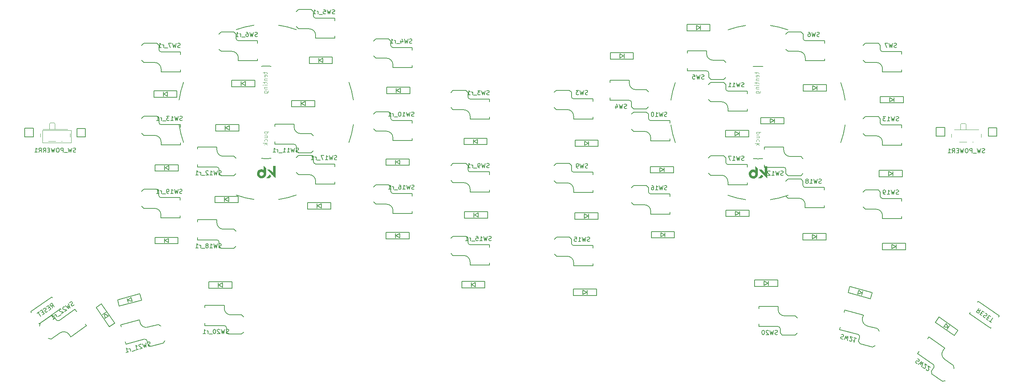
<source format=gbr>
%TF.GenerationSoftware,KiCad,Pcbnew,(6.0.5-0)*%
%TF.CreationDate,2022-12-11T16:32:45-08:00*%
%TF.ProjectId,Swept_3x5,53776570-745f-4337-9835-2e6b69636164,rev?*%
%TF.SameCoordinates,Original*%
%TF.FileFunction,Legend,Bot*%
%TF.FilePolarity,Positive*%
%FSLAX46Y46*%
G04 Gerber Fmt 4.6, Leading zero omitted, Abs format (unit mm)*
G04 Created by KiCad (PCBNEW (6.0.5-0)) date 2022-12-11 16:32:45*
%MOMM*%
%LPD*%
G01*
G04 APERTURE LIST*
%ADD10C,0.120000*%
%ADD11C,0.150000*%
%ADD12C,0.100000*%
%ADD13C,0.200000*%
%ADD14C,0.010000*%
G04 APERTURE END LIST*
D10*
X23182600Y-47055800D02*
X29913600Y-47055800D01*
X29913600Y-47055800D02*
X29913600Y-49976800D01*
X29913600Y-49976800D02*
X23182600Y-49976800D01*
X23182600Y-49976800D02*
X23182600Y-47055800D01*
D11*
%TO.C,SW16*%
X168751724Y-60904994D02*
X168608867Y-60952613D01*
X168370772Y-60952613D01*
X168275534Y-60904994D01*
X168227915Y-60857375D01*
X168180296Y-60762137D01*
X168180296Y-60666899D01*
X168227915Y-60571661D01*
X168275534Y-60524042D01*
X168370772Y-60476423D01*
X168561248Y-60428804D01*
X168656486Y-60381185D01*
X168704105Y-60333566D01*
X168751724Y-60238328D01*
X168751724Y-60143090D01*
X168704105Y-60047852D01*
X168656486Y-60000233D01*
X168561248Y-59952613D01*
X168323153Y-59952613D01*
X168180296Y-60000233D01*
X167846962Y-59952613D02*
X167608867Y-60952613D01*
X167418391Y-60238328D01*
X167227915Y-60952613D01*
X166989820Y-59952613D01*
X166085058Y-60952613D02*
X166656486Y-60952613D01*
X166370772Y-60952613D02*
X166370772Y-59952613D01*
X166466010Y-60095471D01*
X166561248Y-60190709D01*
X166656486Y-60238328D01*
X165227915Y-59952613D02*
X165418391Y-59952613D01*
X165513629Y-60000233D01*
X165561248Y-60047852D01*
X165656486Y-60190709D01*
X165704105Y-60381185D01*
X165704105Y-60762137D01*
X165656486Y-60857375D01*
X165608867Y-60904994D01*
X165513629Y-60952613D01*
X165323153Y-60952613D01*
X165227915Y-60904994D01*
X165180296Y-60857375D01*
X165132677Y-60762137D01*
X165132677Y-60524042D01*
X165180296Y-60428804D01*
X165227915Y-60381185D01*
X165323153Y-60333566D01*
X165513629Y-60333566D01*
X165608867Y-60381185D01*
X165656486Y-60428804D01*
X165704105Y-60524042D01*
%TO.C,SW20*%
X194558124Y-94661594D02*
X194415267Y-94709213D01*
X194177172Y-94709213D01*
X194081934Y-94661594D01*
X194034315Y-94613975D01*
X193986696Y-94518737D01*
X193986696Y-94423499D01*
X194034315Y-94328261D01*
X194081934Y-94280642D01*
X194177172Y-94233023D01*
X194367648Y-94185404D01*
X194462886Y-94137785D01*
X194510505Y-94090166D01*
X194558124Y-93994928D01*
X194558124Y-93899690D01*
X194510505Y-93804452D01*
X194462886Y-93756833D01*
X194367648Y-93709213D01*
X194129553Y-93709213D01*
X193986696Y-93756833D01*
X193653362Y-93709213D02*
X193415267Y-94709213D01*
X193224791Y-93994928D01*
X193034315Y-94709213D01*
X192796220Y-93709213D01*
X192462886Y-93804452D02*
X192415267Y-93756833D01*
X192320029Y-93709213D01*
X192081934Y-93709213D01*
X191986696Y-93756833D01*
X191939077Y-93804452D01*
X191891458Y-93899690D01*
X191891458Y-93994928D01*
X191939077Y-94137785D01*
X192510505Y-94709213D01*
X191891458Y-94709213D01*
X191272410Y-93709213D02*
X191177172Y-93709213D01*
X191081934Y-93756833D01*
X191034315Y-93804452D01*
X190986696Y-93899690D01*
X190939077Y-94090166D01*
X190939077Y-94328261D01*
X190986696Y-94518737D01*
X191034315Y-94613975D01*
X191081934Y-94661594D01*
X191177172Y-94709213D01*
X191272410Y-94709213D01*
X191367648Y-94661594D01*
X191415267Y-94613975D01*
X191462886Y-94518737D01*
X191510505Y-94328261D01*
X191510505Y-94090166D01*
X191462886Y-93899690D01*
X191415267Y-93804452D01*
X191367648Y-93756833D01*
X191272410Y-93709213D01*
%TO.C,SW15*%
X150793924Y-72919194D02*
X150651067Y-72966813D01*
X150412972Y-72966813D01*
X150317734Y-72919194D01*
X150270115Y-72871575D01*
X150222496Y-72776337D01*
X150222496Y-72681099D01*
X150270115Y-72585861D01*
X150317734Y-72538242D01*
X150412972Y-72490623D01*
X150603448Y-72443004D01*
X150698686Y-72395385D01*
X150746305Y-72347766D01*
X150793924Y-72252528D01*
X150793924Y-72157290D01*
X150746305Y-72062052D01*
X150698686Y-72014433D01*
X150603448Y-71966813D01*
X150365353Y-71966813D01*
X150222496Y-72014433D01*
X149889162Y-71966813D02*
X149651067Y-72966813D01*
X149460591Y-72252528D01*
X149270115Y-72966813D01*
X149032020Y-71966813D01*
X148127258Y-72966813D02*
X148698686Y-72966813D01*
X148412972Y-72966813D02*
X148412972Y-71966813D01*
X148508210Y-72109671D01*
X148603448Y-72204909D01*
X148698686Y-72252528D01*
X147222496Y-71966813D02*
X147698686Y-71966813D01*
X147746305Y-72443004D01*
X147698686Y-72395385D01*
X147603448Y-72347766D01*
X147365353Y-72347766D01*
X147270115Y-72395385D01*
X147222496Y-72443004D01*
X147174877Y-72538242D01*
X147174877Y-72776337D01*
X147222496Y-72871575D01*
X147270115Y-72919194D01*
X147365353Y-72966813D01*
X147603448Y-72966813D01*
X147698686Y-72919194D01*
X147746305Y-72871575D01*
%TO.C,SW21*%
X209477754Y-94705227D02*
X209628068Y-94696205D01*
X209858050Y-94757829D01*
X209937718Y-94828474D01*
X209971390Y-94886796D01*
X209992737Y-94991113D01*
X209968088Y-95083106D01*
X209897442Y-95162774D01*
X209839121Y-95196446D01*
X209734803Y-95217793D01*
X209538493Y-95214491D01*
X209434175Y-95235838D01*
X209375854Y-95269510D01*
X209305208Y-95349178D01*
X209280558Y-95441171D01*
X209301905Y-95545488D01*
X209335577Y-95603810D01*
X209415245Y-95674456D01*
X209645228Y-95736079D01*
X209795542Y-95727057D01*
X210105192Y-95859326D02*
X210593994Y-94955024D01*
X210593109Y-95694270D01*
X210961965Y-95053622D01*
X210933129Y-96081171D01*
X211279754Y-96075451D02*
X211313425Y-96133772D01*
X211393093Y-96204418D01*
X211623076Y-96266042D01*
X211727393Y-96244695D01*
X211785715Y-96211023D01*
X211856361Y-96131355D01*
X211881010Y-96039362D01*
X211871988Y-95889048D01*
X211467927Y-95189194D01*
X212065881Y-95349415D01*
X212985810Y-95595909D02*
X212433852Y-95448013D01*
X212709831Y-95521961D02*
X212451012Y-96487887D01*
X212395993Y-96325248D01*
X212328650Y-96208606D01*
X212248982Y-96137960D01*
%TO.C,SW17*%
X186760324Y-54021594D02*
X186617467Y-54069213D01*
X186379372Y-54069213D01*
X186284134Y-54021594D01*
X186236515Y-53973975D01*
X186188896Y-53878737D01*
X186188896Y-53783499D01*
X186236515Y-53688261D01*
X186284134Y-53640642D01*
X186379372Y-53593023D01*
X186569848Y-53545404D01*
X186665086Y-53497785D01*
X186712705Y-53450166D01*
X186760324Y-53354928D01*
X186760324Y-53259690D01*
X186712705Y-53164452D01*
X186665086Y-53116833D01*
X186569848Y-53069213D01*
X186331753Y-53069213D01*
X186188896Y-53116833D01*
X185855562Y-53069213D02*
X185617467Y-54069213D01*
X185426991Y-53354928D01*
X185236515Y-54069213D01*
X184998420Y-53069213D01*
X184093658Y-54069213D02*
X184665086Y-54069213D01*
X184379372Y-54069213D02*
X184379372Y-53069213D01*
X184474610Y-53212071D01*
X184569848Y-53307309D01*
X184665086Y-53354928D01*
X183760324Y-53069213D02*
X183093658Y-53069213D01*
X183522229Y-54069213D01*
%TO.C,SW18*%
X204768924Y-59380994D02*
X204626067Y-59428613D01*
X204387972Y-59428613D01*
X204292734Y-59380994D01*
X204245115Y-59333375D01*
X204197496Y-59238137D01*
X204197496Y-59142899D01*
X204245115Y-59047661D01*
X204292734Y-59000042D01*
X204387972Y-58952423D01*
X204578448Y-58904804D01*
X204673686Y-58857185D01*
X204721305Y-58809566D01*
X204768924Y-58714328D01*
X204768924Y-58619090D01*
X204721305Y-58523852D01*
X204673686Y-58476233D01*
X204578448Y-58428613D01*
X204340353Y-58428613D01*
X204197496Y-58476233D01*
X203864162Y-58428613D02*
X203626067Y-59428613D01*
X203435591Y-58714328D01*
X203245115Y-59428613D01*
X203007020Y-58428613D01*
X202102258Y-59428613D02*
X202673686Y-59428613D01*
X202387972Y-59428613D02*
X202387972Y-58428613D01*
X202483210Y-58571471D01*
X202578448Y-58666709D01*
X202673686Y-58714328D01*
X201530829Y-58857185D02*
X201626067Y-58809566D01*
X201673686Y-58761947D01*
X201721305Y-58666709D01*
X201721305Y-58619090D01*
X201673686Y-58523852D01*
X201626067Y-58476233D01*
X201530829Y-58428613D01*
X201340353Y-58428613D01*
X201245115Y-58476233D01*
X201197496Y-58523852D01*
X201149877Y-58619090D01*
X201149877Y-58666709D01*
X201197496Y-58761947D01*
X201245115Y-58809566D01*
X201340353Y-58857185D01*
X201530829Y-58857185D01*
X201626067Y-58904804D01*
X201673686Y-58952423D01*
X201721305Y-59047661D01*
X201721305Y-59238137D01*
X201673686Y-59333375D01*
X201626067Y-59380994D01*
X201530829Y-59428613D01*
X201340353Y-59428613D01*
X201245115Y-59380994D01*
X201197496Y-59333375D01*
X201149877Y-59238137D01*
X201149877Y-59047661D01*
X201197496Y-58952423D01*
X201245115Y-58904804D01*
X201340353Y-58857185D01*
%TO.C,SW4*%
X159410934Y-41905794D02*
X159268077Y-41953413D01*
X159029981Y-41953413D01*
X158934743Y-41905794D01*
X158887124Y-41858175D01*
X158839505Y-41762937D01*
X158839505Y-41667699D01*
X158887124Y-41572461D01*
X158934743Y-41524842D01*
X159029981Y-41477223D01*
X159220458Y-41429604D01*
X159315696Y-41381985D01*
X159363315Y-41334366D01*
X159410934Y-41239128D01*
X159410934Y-41143890D01*
X159363315Y-41048652D01*
X159315696Y-41001033D01*
X159220458Y-40953413D01*
X158982362Y-40953413D01*
X158839505Y-41001033D01*
X158506172Y-40953413D02*
X158268077Y-41953413D01*
X158077601Y-41239128D01*
X157887124Y-41953413D01*
X157649029Y-40953413D01*
X156839505Y-41286747D02*
X156839505Y-41953413D01*
X157077601Y-40905794D02*
X157315696Y-41620080D01*
X156696648Y-41620080D01*
%TO.C,SW3*%
X150292334Y-38705394D02*
X150149477Y-38753013D01*
X149911381Y-38753013D01*
X149816143Y-38705394D01*
X149768524Y-38657775D01*
X149720905Y-38562537D01*
X149720905Y-38467299D01*
X149768524Y-38372061D01*
X149816143Y-38324442D01*
X149911381Y-38276823D01*
X150101858Y-38229204D01*
X150197096Y-38181585D01*
X150244715Y-38133966D01*
X150292334Y-38038728D01*
X150292334Y-37943490D01*
X150244715Y-37848252D01*
X150197096Y-37800633D01*
X150101858Y-37753013D01*
X149863762Y-37753013D01*
X149720905Y-37800633D01*
X149387572Y-37753013D02*
X149149477Y-38753013D01*
X148959001Y-38038728D01*
X148768524Y-38753013D01*
X148530429Y-37753013D01*
X148244715Y-37753013D02*
X147625667Y-37753013D01*
X147959001Y-38133966D01*
X147816143Y-38133966D01*
X147720905Y-38181585D01*
X147673286Y-38229204D01*
X147625667Y-38324442D01*
X147625667Y-38562537D01*
X147673286Y-38657775D01*
X147720905Y-38705394D01*
X147816143Y-38753013D01*
X148101858Y-38753013D01*
X148197096Y-38705394D01*
X148244715Y-38657775D01*
%TO.C,SW9*%
X150292334Y-55799594D02*
X150149477Y-55847213D01*
X149911381Y-55847213D01*
X149816143Y-55799594D01*
X149768524Y-55751975D01*
X149720905Y-55656737D01*
X149720905Y-55561499D01*
X149768524Y-55466261D01*
X149816143Y-55418642D01*
X149911381Y-55371023D01*
X150101858Y-55323404D01*
X150197096Y-55275785D01*
X150244715Y-55228166D01*
X150292334Y-55132928D01*
X150292334Y-55037690D01*
X150244715Y-54942452D01*
X150197096Y-54894833D01*
X150101858Y-54847213D01*
X149863762Y-54847213D01*
X149720905Y-54894833D01*
X149387572Y-54847213D02*
X149149477Y-55847213D01*
X148959001Y-55132928D01*
X148768524Y-55847213D01*
X148530429Y-54847213D01*
X148101858Y-55847213D02*
X147911381Y-55847213D01*
X147816143Y-55799594D01*
X147768524Y-55751975D01*
X147673286Y-55609118D01*
X147625667Y-55418642D01*
X147625667Y-55037690D01*
X147673286Y-54942452D01*
X147720905Y-54894833D01*
X147816143Y-54847213D01*
X148006620Y-54847213D01*
X148101858Y-54894833D01*
X148149477Y-54942452D01*
X148197096Y-55037690D01*
X148197096Y-55275785D01*
X148149477Y-55371023D01*
X148101858Y-55418642D01*
X148006620Y-55466261D01*
X147816143Y-55466261D01*
X147720905Y-55418642D01*
X147673286Y-55371023D01*
X147625667Y-55275785D01*
%TO.C,SW12*%
X195878924Y-57501394D02*
X195736067Y-57549013D01*
X195497972Y-57549013D01*
X195402734Y-57501394D01*
X195355115Y-57453775D01*
X195307496Y-57358537D01*
X195307496Y-57263299D01*
X195355115Y-57168061D01*
X195402734Y-57120442D01*
X195497972Y-57072823D01*
X195688448Y-57025204D01*
X195783686Y-56977585D01*
X195831305Y-56929966D01*
X195878924Y-56834728D01*
X195878924Y-56739490D01*
X195831305Y-56644252D01*
X195783686Y-56596633D01*
X195688448Y-56549013D01*
X195450353Y-56549013D01*
X195307496Y-56596633D01*
X194974162Y-56549013D02*
X194736067Y-57549013D01*
X194545591Y-56834728D01*
X194355115Y-57549013D01*
X194117020Y-56549013D01*
X193212258Y-57549013D02*
X193783686Y-57549013D01*
X193497972Y-57549013D02*
X193497972Y-56549013D01*
X193593210Y-56691871D01*
X193688448Y-56787109D01*
X193783686Y-56834728D01*
X192831305Y-56644252D02*
X192783686Y-56596633D01*
X192688448Y-56549013D01*
X192450353Y-56549013D01*
X192355115Y-56596633D01*
X192307496Y-56644252D01*
X192259877Y-56739490D01*
X192259877Y-56834728D01*
X192307496Y-56977585D01*
X192878924Y-57549013D01*
X192259877Y-57549013D01*
%TO.C,SW11*%
X186760324Y-36901994D02*
X186617467Y-36949613D01*
X186379372Y-36949613D01*
X186284134Y-36901994D01*
X186236515Y-36854375D01*
X186188896Y-36759137D01*
X186188896Y-36663899D01*
X186236515Y-36568661D01*
X186284134Y-36521042D01*
X186379372Y-36473423D01*
X186569848Y-36425804D01*
X186665086Y-36378185D01*
X186712705Y-36330566D01*
X186760324Y-36235328D01*
X186760324Y-36140090D01*
X186712705Y-36044852D01*
X186665086Y-35997233D01*
X186569848Y-35949613D01*
X186331753Y-35949613D01*
X186188896Y-35997233D01*
X185855562Y-35949613D02*
X185617467Y-36949613D01*
X185426991Y-36235328D01*
X185236515Y-36949613D01*
X184998420Y-35949613D01*
X184093658Y-36949613D02*
X184665086Y-36949613D01*
X184379372Y-36949613D02*
X184379372Y-35949613D01*
X184474610Y-36092471D01*
X184569848Y-36187709D01*
X184665086Y-36235328D01*
X183141277Y-36949613D02*
X183712705Y-36949613D01*
X183426991Y-36949613D02*
X183426991Y-35949613D01*
X183522229Y-36092471D01*
X183617467Y-36187709D01*
X183712705Y-36235328D01*
%TO.C,SW6*%
X204318134Y-25141794D02*
X204175277Y-25189413D01*
X203937181Y-25189413D01*
X203841943Y-25141794D01*
X203794324Y-25094175D01*
X203746705Y-24998937D01*
X203746705Y-24903699D01*
X203794324Y-24808461D01*
X203841943Y-24760842D01*
X203937181Y-24713223D01*
X204127658Y-24665604D01*
X204222896Y-24617985D01*
X204270515Y-24570366D01*
X204318134Y-24475128D01*
X204318134Y-24379890D01*
X204270515Y-24284652D01*
X204222896Y-24237033D01*
X204127658Y-24189413D01*
X203889562Y-24189413D01*
X203746705Y-24237033D01*
X203413372Y-24189413D02*
X203175277Y-25189413D01*
X202984801Y-24475128D01*
X202794324Y-25189413D01*
X202556229Y-24189413D01*
X201746705Y-24189413D02*
X201937181Y-24189413D01*
X202032420Y-24237033D01*
X202080039Y-24284652D01*
X202175277Y-24427509D01*
X202222896Y-24617985D01*
X202222896Y-24998937D01*
X202175277Y-25094175D01*
X202127658Y-25141794D01*
X202032420Y-25189413D01*
X201841943Y-25189413D01*
X201746705Y-25141794D01*
X201699086Y-25094175D01*
X201651467Y-24998937D01*
X201651467Y-24760842D01*
X201699086Y-24665604D01*
X201746705Y-24617985D01*
X201841943Y-24570366D01*
X202032420Y-24570366D01*
X202127658Y-24617985D01*
X202175277Y-24665604D01*
X202222896Y-24760842D01*
%TO.C,SW5*%
X177419534Y-35047794D02*
X177276677Y-35095413D01*
X177038581Y-35095413D01*
X176943343Y-35047794D01*
X176895724Y-35000175D01*
X176848105Y-34904937D01*
X176848105Y-34809699D01*
X176895724Y-34714461D01*
X176943343Y-34666842D01*
X177038581Y-34619223D01*
X177229058Y-34571604D01*
X177324296Y-34523985D01*
X177371915Y-34476366D01*
X177419534Y-34381128D01*
X177419534Y-34285890D01*
X177371915Y-34190652D01*
X177324296Y-34143033D01*
X177229058Y-34095413D01*
X176990962Y-34095413D01*
X176848105Y-34143033D01*
X176514772Y-34095413D02*
X176276677Y-35095413D01*
X176086201Y-34381128D01*
X175895724Y-35095413D01*
X175657629Y-34095413D01*
X174800486Y-34095413D02*
X175276677Y-34095413D01*
X175324296Y-34571604D01*
X175276677Y-34523985D01*
X175181439Y-34476366D01*
X174943343Y-34476366D01*
X174848105Y-34523985D01*
X174800486Y-34571604D01*
X174752867Y-34666842D01*
X174752867Y-34904937D01*
X174800486Y-35000175D01*
X174848105Y-35047794D01*
X174943343Y-35095413D01*
X175181439Y-35095413D01*
X175276677Y-35047794D01*
X175324296Y-35000175D01*
%TO.C,RSW1*%
X242003786Y-88959223D02*
X241457603Y-89158103D01*
X241535699Y-88631465D02*
X240962122Y-89450617D01*
X241274180Y-89669123D01*
X241379508Y-89684742D01*
X241445828Y-89673048D01*
X241539462Y-89622346D01*
X241621401Y-89505325D01*
X241637021Y-89399997D01*
X241625326Y-89333677D01*
X241574625Y-89240043D01*
X241262567Y-89021538D01*
X242054406Y-89634121D02*
X242327457Y-89825313D01*
X242744923Y-89478173D02*
X242354851Y-89205042D01*
X241781274Y-90024194D01*
X242171347Y-90297325D01*
X243029668Y-89735686D02*
X243174003Y-89778618D01*
X243369039Y-89915184D01*
X243419740Y-90008818D01*
X243431435Y-90075138D01*
X243415815Y-90180466D01*
X243361189Y-90258480D01*
X243267556Y-90309181D01*
X243201235Y-90320875D01*
X243095907Y-90305256D01*
X242912565Y-90235011D01*
X242807238Y-90219392D01*
X242740917Y-90231086D01*
X242647284Y-90281787D01*
X242592657Y-90359802D01*
X242577038Y-90465129D01*
X242588732Y-90531450D01*
X242639434Y-90625083D01*
X242834470Y-90761649D01*
X242978805Y-90804581D01*
X243575688Y-90699335D02*
X243848739Y-90890527D01*
X244266206Y-90543387D02*
X243876133Y-90270255D01*
X243302557Y-91089407D01*
X243692629Y-91362539D01*
X243926673Y-91526418D02*
X244394760Y-91854176D01*
X244734293Y-90871145D02*
X244160716Y-91690297D01*
%TO.C,SW10*%
X168751724Y-43785394D02*
X168608867Y-43833013D01*
X168370772Y-43833013D01*
X168275534Y-43785394D01*
X168227915Y-43737775D01*
X168180296Y-43642537D01*
X168180296Y-43547299D01*
X168227915Y-43452061D01*
X168275534Y-43404442D01*
X168370772Y-43356823D01*
X168561248Y-43309204D01*
X168656486Y-43261585D01*
X168704105Y-43213966D01*
X168751724Y-43118728D01*
X168751724Y-43023490D01*
X168704105Y-42928252D01*
X168656486Y-42880633D01*
X168561248Y-42833013D01*
X168323153Y-42833013D01*
X168180296Y-42880633D01*
X167846962Y-42833013D02*
X167608867Y-43833013D01*
X167418391Y-43118728D01*
X167227915Y-43833013D01*
X166989820Y-42833013D01*
X166085058Y-43833013D02*
X166656486Y-43833013D01*
X166370772Y-43833013D02*
X166370772Y-42833013D01*
X166466010Y-42975871D01*
X166561248Y-43071109D01*
X166656486Y-43118728D01*
X165466010Y-42833013D02*
X165370772Y-42833013D01*
X165275534Y-42880633D01*
X165227915Y-42928252D01*
X165180296Y-43023490D01*
X165132677Y-43213966D01*
X165132677Y-43452061D01*
X165180296Y-43642537D01*
X165227915Y-43737775D01*
X165275534Y-43785394D01*
X165370772Y-43833013D01*
X165466010Y-43833013D01*
X165561248Y-43785394D01*
X165608867Y-43737775D01*
X165656486Y-43642537D01*
X165704105Y-43452061D01*
X165704105Y-43213966D01*
X165656486Y-43023490D01*
X165608867Y-42928252D01*
X165561248Y-42880633D01*
X165466010Y-42833013D01*
D12*
%TO.C,REF\u002A\u002A*%
X189554315Y-33511933D02*
X189554315Y-33892885D01*
X189220981Y-33654790D02*
X190078124Y-33654790D01*
X190173362Y-33702409D01*
X190220981Y-33797647D01*
X190220981Y-33892885D01*
X190173362Y-34607171D02*
X190220981Y-34511933D01*
X190220981Y-34321456D01*
X190173362Y-34226218D01*
X190078124Y-34178599D01*
X189697172Y-34178599D01*
X189601934Y-34226218D01*
X189554315Y-34321456D01*
X189554315Y-34511933D01*
X189601934Y-34607171D01*
X189697172Y-34654790D01*
X189792410Y-34654790D01*
X189887648Y-34178599D01*
X189554315Y-35083361D02*
X190220981Y-35083361D01*
X189649553Y-35083361D02*
X189601934Y-35130980D01*
X189554315Y-35226218D01*
X189554315Y-35369075D01*
X189601934Y-35464313D01*
X189697172Y-35511933D01*
X190220981Y-35511933D01*
X189554315Y-35845266D02*
X189554315Y-36226218D01*
X189220981Y-35988123D02*
X190078124Y-35988123D01*
X190173362Y-36035742D01*
X190220981Y-36130980D01*
X190220981Y-36226218D01*
X190220981Y-36559552D02*
X189554315Y-36559552D01*
X189220981Y-36559552D02*
X189268601Y-36511933D01*
X189316220Y-36559552D01*
X189268601Y-36607171D01*
X189220981Y-36559552D01*
X189316220Y-36559552D01*
X189554315Y-37035742D02*
X190220981Y-37035742D01*
X189649553Y-37035742D02*
X189601934Y-37083361D01*
X189554315Y-37178599D01*
X189554315Y-37321456D01*
X189601934Y-37416694D01*
X189697172Y-37464313D01*
X190220981Y-37464313D01*
X189554315Y-38369075D02*
X190363839Y-38369075D01*
X190459077Y-38321456D01*
X190506696Y-38273837D01*
X190554315Y-38178599D01*
X190554315Y-38035742D01*
X190506696Y-37940504D01*
X190173362Y-38369075D02*
X190220981Y-38273837D01*
X190220981Y-38083361D01*
X190173362Y-37988123D01*
X190125743Y-37940504D01*
X190030505Y-37892885D01*
X189744791Y-37892885D01*
X189649553Y-37940504D01*
X189601934Y-37988123D01*
X189554315Y-38083361D01*
X189554315Y-38273837D01*
X189601934Y-38369075D01*
X189617815Y-47465933D02*
X190617815Y-47465933D01*
X189665434Y-47465933D02*
X189617815Y-47561171D01*
X189617815Y-47751647D01*
X189665434Y-47846885D01*
X189713053Y-47894504D01*
X189808291Y-47942123D01*
X190094005Y-47942123D01*
X190189243Y-47894504D01*
X190236862Y-47846885D01*
X190284481Y-47751647D01*
X190284481Y-47561171D01*
X190236862Y-47465933D01*
X189617815Y-48799266D02*
X190284481Y-48799266D01*
X189617815Y-48370694D02*
X190141624Y-48370694D01*
X190236862Y-48418313D01*
X190284481Y-48513552D01*
X190284481Y-48656409D01*
X190236862Y-48751647D01*
X190189243Y-48799266D01*
X190236862Y-49704028D02*
X190284481Y-49608790D01*
X190284481Y-49418313D01*
X190236862Y-49323075D01*
X190189243Y-49275456D01*
X190094005Y-49227837D01*
X189808291Y-49227837D01*
X189713053Y-49275456D01*
X189665434Y-49323075D01*
X189617815Y-49418313D01*
X189617815Y-49608790D01*
X189665434Y-49704028D01*
X190284481Y-50132599D02*
X189284481Y-50132599D01*
X189903529Y-50227837D02*
X190284481Y-50513552D01*
X189617815Y-50513552D02*
X189998767Y-50132599D01*
D11*
%TO.C,SW17_r1*%
X91799990Y-53897161D02*
X91657133Y-53944780D01*
X91419038Y-53944780D01*
X91323800Y-53897161D01*
X91276180Y-53849542D01*
X91228561Y-53754304D01*
X91228561Y-53659066D01*
X91276180Y-53563828D01*
X91323800Y-53516209D01*
X91419038Y-53468590D01*
X91609514Y-53420971D01*
X91704752Y-53373352D01*
X91752371Y-53325733D01*
X91799990Y-53230495D01*
X91799990Y-53135257D01*
X91752371Y-53040019D01*
X91704752Y-52992400D01*
X91609514Y-52944780D01*
X91371419Y-52944780D01*
X91228561Y-52992400D01*
X90895228Y-52944780D02*
X90657133Y-53944780D01*
X90466657Y-53230495D01*
X90276180Y-53944780D01*
X90038085Y-52944780D01*
X89133323Y-53944780D02*
X89704752Y-53944780D01*
X89419038Y-53944780D02*
X89419038Y-52944780D01*
X89514276Y-53087638D01*
X89609514Y-53182876D01*
X89704752Y-53230495D01*
X88799990Y-52944780D02*
X88133323Y-52944780D01*
X88561895Y-53944780D01*
X87990466Y-54040019D02*
X87228561Y-54040019D01*
X86990466Y-53944780D02*
X86990466Y-53278114D01*
X86990466Y-53468590D02*
X86942847Y-53373352D01*
X86895228Y-53325733D01*
X86799990Y-53278114D01*
X86704752Y-53278114D01*
X85847609Y-53944780D02*
X86419038Y-53944780D01*
X86133323Y-53944780D02*
X86133323Y-52944780D01*
X86228561Y-53087638D01*
X86323800Y-53182876D01*
X86419038Y-53230495D01*
%TO.C,SW11_r1*%
X82884590Y-52144561D02*
X82741733Y-52192180D01*
X82503638Y-52192180D01*
X82408400Y-52144561D01*
X82360780Y-52096942D01*
X82313161Y-52001704D01*
X82313161Y-51906466D01*
X82360780Y-51811228D01*
X82408400Y-51763609D01*
X82503638Y-51715990D01*
X82694114Y-51668371D01*
X82789352Y-51620752D01*
X82836971Y-51573133D01*
X82884590Y-51477895D01*
X82884590Y-51382657D01*
X82836971Y-51287419D01*
X82789352Y-51239800D01*
X82694114Y-51192180D01*
X82456019Y-51192180D01*
X82313161Y-51239800D01*
X81979828Y-51192180D02*
X81741733Y-52192180D01*
X81551257Y-51477895D01*
X81360780Y-52192180D01*
X81122685Y-51192180D01*
X80217923Y-52192180D02*
X80789352Y-52192180D01*
X80503638Y-52192180D02*
X80503638Y-51192180D01*
X80598876Y-51335038D01*
X80694114Y-51430276D01*
X80789352Y-51477895D01*
X79265542Y-52192180D02*
X79836971Y-52192180D01*
X79551257Y-52192180D02*
X79551257Y-51192180D01*
X79646495Y-51335038D01*
X79741733Y-51430276D01*
X79836971Y-51477895D01*
X79075066Y-52287419D02*
X78313161Y-52287419D01*
X78075066Y-52192180D02*
X78075066Y-51525514D01*
X78075066Y-51715990D02*
X78027447Y-51620752D01*
X77979828Y-51573133D01*
X77884590Y-51525514D01*
X77789352Y-51525514D01*
X76932209Y-52192180D02*
X77503638Y-52192180D01*
X77217923Y-52192180D02*
X77217923Y-51192180D01*
X77313161Y-51335038D01*
X77408400Y-51430276D01*
X77503638Y-51477895D01*
%TO.C,SW15_r1*%
X127817190Y-72743961D02*
X127674333Y-72791580D01*
X127436238Y-72791580D01*
X127341000Y-72743961D01*
X127293380Y-72696342D01*
X127245761Y-72601104D01*
X127245761Y-72505866D01*
X127293380Y-72410628D01*
X127341000Y-72363009D01*
X127436238Y-72315390D01*
X127626714Y-72267771D01*
X127721952Y-72220152D01*
X127769571Y-72172533D01*
X127817190Y-72077295D01*
X127817190Y-71982057D01*
X127769571Y-71886819D01*
X127721952Y-71839200D01*
X127626714Y-71791580D01*
X127388619Y-71791580D01*
X127245761Y-71839200D01*
X126912428Y-71791580D02*
X126674333Y-72791580D01*
X126483857Y-72077295D01*
X126293380Y-72791580D01*
X126055285Y-71791580D01*
X125150523Y-72791580D02*
X125721952Y-72791580D01*
X125436238Y-72791580D02*
X125436238Y-71791580D01*
X125531476Y-71934438D01*
X125626714Y-72029676D01*
X125721952Y-72077295D01*
X124245761Y-71791580D02*
X124721952Y-71791580D01*
X124769571Y-72267771D01*
X124721952Y-72220152D01*
X124626714Y-72172533D01*
X124388619Y-72172533D01*
X124293380Y-72220152D01*
X124245761Y-72267771D01*
X124198142Y-72363009D01*
X124198142Y-72601104D01*
X124245761Y-72696342D01*
X124293380Y-72743961D01*
X124388619Y-72791580D01*
X124626714Y-72791580D01*
X124721952Y-72743961D01*
X124769571Y-72696342D01*
X124007666Y-72886819D02*
X123245761Y-72886819D01*
X123007666Y-72791580D02*
X123007666Y-72124914D01*
X123007666Y-72315390D02*
X122960047Y-72220152D01*
X122912428Y-72172533D01*
X122817190Y-72124914D01*
X122721952Y-72124914D01*
X121864809Y-72791580D02*
X122436238Y-72791580D01*
X122150523Y-72791580D02*
X122150523Y-71791580D01*
X122245761Y-71934438D01*
X122341000Y-72029676D01*
X122436238Y-72077295D01*
%TO.C,SW18_r1*%
X64875990Y-74445761D02*
X64733133Y-74493380D01*
X64495038Y-74493380D01*
X64399800Y-74445761D01*
X64352180Y-74398142D01*
X64304561Y-74302904D01*
X64304561Y-74207666D01*
X64352180Y-74112428D01*
X64399800Y-74064809D01*
X64495038Y-74017190D01*
X64685514Y-73969571D01*
X64780752Y-73921952D01*
X64828371Y-73874333D01*
X64875990Y-73779095D01*
X64875990Y-73683857D01*
X64828371Y-73588619D01*
X64780752Y-73541000D01*
X64685514Y-73493380D01*
X64447419Y-73493380D01*
X64304561Y-73541000D01*
X63971228Y-73493380D02*
X63733133Y-74493380D01*
X63542657Y-73779095D01*
X63352180Y-74493380D01*
X63114085Y-73493380D01*
X62209323Y-74493380D02*
X62780752Y-74493380D01*
X62495038Y-74493380D02*
X62495038Y-73493380D01*
X62590276Y-73636238D01*
X62685514Y-73731476D01*
X62780752Y-73779095D01*
X61637895Y-73921952D02*
X61733133Y-73874333D01*
X61780752Y-73826714D01*
X61828371Y-73731476D01*
X61828371Y-73683857D01*
X61780752Y-73588619D01*
X61733133Y-73541000D01*
X61637895Y-73493380D01*
X61447419Y-73493380D01*
X61352180Y-73541000D01*
X61304561Y-73588619D01*
X61256942Y-73683857D01*
X61256942Y-73731476D01*
X61304561Y-73826714D01*
X61352180Y-73874333D01*
X61447419Y-73921952D01*
X61637895Y-73921952D01*
X61733133Y-73969571D01*
X61780752Y-74017190D01*
X61828371Y-74112428D01*
X61828371Y-74302904D01*
X61780752Y-74398142D01*
X61733133Y-74445761D01*
X61637895Y-74493380D01*
X61447419Y-74493380D01*
X61352180Y-74445761D01*
X61304561Y-74398142D01*
X61256942Y-74302904D01*
X61256942Y-74112428D01*
X61304561Y-74017190D01*
X61352180Y-73969571D01*
X61447419Y-73921952D01*
X61066466Y-74588619D02*
X60304561Y-74588619D01*
X60066466Y-74493380D02*
X60066466Y-73826714D01*
X60066466Y-74017190D02*
X60018847Y-73921952D01*
X59971228Y-73874333D01*
X59875990Y-73826714D01*
X59780752Y-73826714D01*
X58923609Y-74493380D02*
X59495038Y-74493380D01*
X59209323Y-74493380D02*
X59209323Y-73493380D01*
X59304561Y-73636238D01*
X59399800Y-73731476D01*
X59495038Y-73779095D01*
%TO.C,SW6_r1*%
X73289800Y-25144361D02*
X73146942Y-25191980D01*
X72908847Y-25191980D01*
X72813609Y-25144361D01*
X72765990Y-25096742D01*
X72718371Y-25001504D01*
X72718371Y-24906266D01*
X72765990Y-24811028D01*
X72813609Y-24763409D01*
X72908847Y-24715790D01*
X73099323Y-24668171D01*
X73194561Y-24620552D01*
X73242180Y-24572933D01*
X73289800Y-24477695D01*
X73289800Y-24382457D01*
X73242180Y-24287219D01*
X73194561Y-24239600D01*
X73099323Y-24191980D01*
X72861228Y-24191980D01*
X72718371Y-24239600D01*
X72385038Y-24191980D02*
X72146942Y-25191980D01*
X71956466Y-24477695D01*
X71765990Y-25191980D01*
X71527895Y-24191980D01*
X70718371Y-24191980D02*
X70908847Y-24191980D01*
X71004085Y-24239600D01*
X71051704Y-24287219D01*
X71146942Y-24430076D01*
X71194561Y-24620552D01*
X71194561Y-25001504D01*
X71146942Y-25096742D01*
X71099323Y-25144361D01*
X71004085Y-25191980D01*
X70813609Y-25191980D01*
X70718371Y-25144361D01*
X70670752Y-25096742D01*
X70623133Y-25001504D01*
X70623133Y-24763409D01*
X70670752Y-24668171D01*
X70718371Y-24620552D01*
X70813609Y-24572933D01*
X71004085Y-24572933D01*
X71099323Y-24620552D01*
X71146942Y-24668171D01*
X71194561Y-24763409D01*
X70432657Y-25287219D02*
X69670752Y-25287219D01*
X69432657Y-25191980D02*
X69432657Y-24525314D01*
X69432657Y-24715790D02*
X69385038Y-24620552D01*
X69337419Y-24572933D01*
X69242180Y-24525314D01*
X69146942Y-24525314D01*
X68289800Y-25191980D02*
X68861228Y-25191980D01*
X68575514Y-25191980D02*
X68575514Y-24191980D01*
X68670752Y-24334838D01*
X68765990Y-24430076D01*
X68861228Y-24477695D01*
%TO.C,SW5_r1*%
X91323800Y-19886561D02*
X91180942Y-19934180D01*
X90942847Y-19934180D01*
X90847609Y-19886561D01*
X90799990Y-19838942D01*
X90752371Y-19743704D01*
X90752371Y-19648466D01*
X90799990Y-19553228D01*
X90847609Y-19505609D01*
X90942847Y-19457990D01*
X91133323Y-19410371D01*
X91228561Y-19362752D01*
X91276180Y-19315133D01*
X91323800Y-19219895D01*
X91323800Y-19124657D01*
X91276180Y-19029419D01*
X91228561Y-18981800D01*
X91133323Y-18934180D01*
X90895228Y-18934180D01*
X90752371Y-18981800D01*
X90419038Y-18934180D02*
X90180942Y-19934180D01*
X89990466Y-19219895D01*
X89799990Y-19934180D01*
X89561895Y-18934180D01*
X88704752Y-18934180D02*
X89180942Y-18934180D01*
X89228561Y-19410371D01*
X89180942Y-19362752D01*
X89085704Y-19315133D01*
X88847609Y-19315133D01*
X88752371Y-19362752D01*
X88704752Y-19410371D01*
X88657133Y-19505609D01*
X88657133Y-19743704D01*
X88704752Y-19838942D01*
X88752371Y-19886561D01*
X88847609Y-19934180D01*
X89085704Y-19934180D01*
X89180942Y-19886561D01*
X89228561Y-19838942D01*
X88466657Y-20029419D02*
X87704752Y-20029419D01*
X87466657Y-19934180D02*
X87466657Y-19267514D01*
X87466657Y-19457990D02*
X87419038Y-19362752D01*
X87371419Y-19315133D01*
X87276180Y-19267514D01*
X87180942Y-19267514D01*
X86323800Y-19934180D02*
X86895228Y-19934180D01*
X86609514Y-19934180D02*
X86609514Y-18934180D01*
X86704752Y-19077038D01*
X86799990Y-19172276D01*
X86895228Y-19219895D01*
%TO.C,SW16_r1*%
X109833990Y-60780561D02*
X109691133Y-60828180D01*
X109453038Y-60828180D01*
X109357800Y-60780561D01*
X109310180Y-60732942D01*
X109262561Y-60637704D01*
X109262561Y-60542466D01*
X109310180Y-60447228D01*
X109357800Y-60399609D01*
X109453038Y-60351990D01*
X109643514Y-60304371D01*
X109738752Y-60256752D01*
X109786371Y-60209133D01*
X109833990Y-60113895D01*
X109833990Y-60018657D01*
X109786371Y-59923419D01*
X109738752Y-59875800D01*
X109643514Y-59828180D01*
X109405419Y-59828180D01*
X109262561Y-59875800D01*
X108929228Y-59828180D02*
X108691133Y-60828180D01*
X108500657Y-60113895D01*
X108310180Y-60828180D01*
X108072085Y-59828180D01*
X107167323Y-60828180D02*
X107738752Y-60828180D01*
X107453038Y-60828180D02*
X107453038Y-59828180D01*
X107548276Y-59971038D01*
X107643514Y-60066276D01*
X107738752Y-60113895D01*
X106310180Y-59828180D02*
X106500657Y-59828180D01*
X106595895Y-59875800D01*
X106643514Y-59923419D01*
X106738752Y-60066276D01*
X106786371Y-60256752D01*
X106786371Y-60637704D01*
X106738752Y-60732942D01*
X106691133Y-60780561D01*
X106595895Y-60828180D01*
X106405419Y-60828180D01*
X106310180Y-60780561D01*
X106262561Y-60732942D01*
X106214942Y-60637704D01*
X106214942Y-60399609D01*
X106262561Y-60304371D01*
X106310180Y-60256752D01*
X106405419Y-60209133D01*
X106595895Y-60209133D01*
X106691133Y-60256752D01*
X106738752Y-60304371D01*
X106786371Y-60399609D01*
X106024466Y-60923419D02*
X105262561Y-60923419D01*
X105024466Y-60828180D02*
X105024466Y-60161514D01*
X105024466Y-60351990D02*
X104976847Y-60256752D01*
X104929228Y-60209133D01*
X104833990Y-60161514D01*
X104738752Y-60161514D01*
X103881609Y-60828180D02*
X104453038Y-60828180D01*
X104167323Y-60828180D02*
X104167323Y-59828180D01*
X104262561Y-59971038D01*
X104357800Y-60066276D01*
X104453038Y-60113895D01*
%TO.C,SW4_r1*%
X109332400Y-26719161D02*
X109189542Y-26766780D01*
X108951447Y-26766780D01*
X108856209Y-26719161D01*
X108808590Y-26671542D01*
X108760971Y-26576304D01*
X108760971Y-26481066D01*
X108808590Y-26385828D01*
X108856209Y-26338209D01*
X108951447Y-26290590D01*
X109141923Y-26242971D01*
X109237161Y-26195352D01*
X109284780Y-26147733D01*
X109332400Y-26052495D01*
X109332400Y-25957257D01*
X109284780Y-25862019D01*
X109237161Y-25814400D01*
X109141923Y-25766780D01*
X108903828Y-25766780D01*
X108760971Y-25814400D01*
X108427638Y-25766780D02*
X108189542Y-26766780D01*
X107999066Y-26052495D01*
X107808590Y-26766780D01*
X107570495Y-25766780D01*
X106760971Y-26100114D02*
X106760971Y-26766780D01*
X106999066Y-25719161D02*
X107237161Y-26433447D01*
X106618114Y-26433447D01*
X106475257Y-26862019D02*
X105713352Y-26862019D01*
X105475257Y-26766780D02*
X105475257Y-26100114D01*
X105475257Y-26290590D02*
X105427638Y-26195352D01*
X105380019Y-26147733D01*
X105284780Y-26100114D01*
X105189542Y-26100114D01*
X104332400Y-26766780D02*
X104903828Y-26766780D01*
X104618114Y-26766780D02*
X104618114Y-25766780D01*
X104713352Y-25909638D01*
X104808590Y-26004876D01*
X104903828Y-26052495D01*
%TO.C,SW13_r1*%
X55757390Y-44727761D02*
X55614533Y-44775380D01*
X55376438Y-44775380D01*
X55281200Y-44727761D01*
X55233580Y-44680142D01*
X55185961Y-44584904D01*
X55185961Y-44489666D01*
X55233580Y-44394428D01*
X55281200Y-44346809D01*
X55376438Y-44299190D01*
X55566914Y-44251571D01*
X55662152Y-44203952D01*
X55709771Y-44156333D01*
X55757390Y-44061095D01*
X55757390Y-43965857D01*
X55709771Y-43870619D01*
X55662152Y-43823000D01*
X55566914Y-43775380D01*
X55328819Y-43775380D01*
X55185961Y-43823000D01*
X54852628Y-43775380D02*
X54614533Y-44775380D01*
X54424057Y-44061095D01*
X54233580Y-44775380D01*
X53995485Y-43775380D01*
X53090723Y-44775380D02*
X53662152Y-44775380D01*
X53376438Y-44775380D02*
X53376438Y-43775380D01*
X53471676Y-43918238D01*
X53566914Y-44013476D01*
X53662152Y-44061095D01*
X52757390Y-43775380D02*
X52138342Y-43775380D01*
X52471676Y-44156333D01*
X52328819Y-44156333D01*
X52233580Y-44203952D01*
X52185961Y-44251571D01*
X52138342Y-44346809D01*
X52138342Y-44584904D01*
X52185961Y-44680142D01*
X52233580Y-44727761D01*
X52328819Y-44775380D01*
X52614533Y-44775380D01*
X52709771Y-44727761D01*
X52757390Y-44680142D01*
X51947866Y-44870619D02*
X51185961Y-44870619D01*
X50947866Y-44775380D02*
X50947866Y-44108714D01*
X50947866Y-44299190D02*
X50900247Y-44203952D01*
X50852628Y-44156333D01*
X50757390Y-44108714D01*
X50662152Y-44108714D01*
X49805009Y-44775380D02*
X50376438Y-44775380D01*
X50090723Y-44775380D02*
X50090723Y-43775380D01*
X50185961Y-43918238D01*
X50281200Y-44013476D01*
X50376438Y-44061095D01*
%TO.C,SW12_r1*%
X64875990Y-57453161D02*
X64733133Y-57500780D01*
X64495038Y-57500780D01*
X64399800Y-57453161D01*
X64352180Y-57405542D01*
X64304561Y-57310304D01*
X64304561Y-57215066D01*
X64352180Y-57119828D01*
X64399800Y-57072209D01*
X64495038Y-57024590D01*
X64685514Y-56976971D01*
X64780752Y-56929352D01*
X64828371Y-56881733D01*
X64875990Y-56786495D01*
X64875990Y-56691257D01*
X64828371Y-56596019D01*
X64780752Y-56548400D01*
X64685514Y-56500780D01*
X64447419Y-56500780D01*
X64304561Y-56548400D01*
X63971228Y-56500780D02*
X63733133Y-57500780D01*
X63542657Y-56786495D01*
X63352180Y-57500780D01*
X63114085Y-56500780D01*
X62209323Y-57500780D02*
X62780752Y-57500780D01*
X62495038Y-57500780D02*
X62495038Y-56500780D01*
X62590276Y-56643638D01*
X62685514Y-56738876D01*
X62780752Y-56786495D01*
X61828371Y-56596019D02*
X61780752Y-56548400D01*
X61685514Y-56500780D01*
X61447419Y-56500780D01*
X61352180Y-56548400D01*
X61304561Y-56596019D01*
X61256942Y-56691257D01*
X61256942Y-56786495D01*
X61304561Y-56929352D01*
X61875990Y-57500780D01*
X61256942Y-57500780D01*
X61066466Y-57596019D02*
X60304561Y-57596019D01*
X60066466Y-57500780D02*
X60066466Y-56834114D01*
X60066466Y-57024590D02*
X60018847Y-56929352D01*
X59971228Y-56881733D01*
X59875990Y-56834114D01*
X59780752Y-56834114D01*
X58923609Y-57500780D02*
X59495038Y-57500780D01*
X59209323Y-57500780D02*
X59209323Y-56500780D01*
X59304561Y-56643638D01*
X59399800Y-56738876D01*
X59495038Y-56786495D01*
%TO.C,SW3_r1*%
X127341000Y-38758761D02*
X127198142Y-38806380D01*
X126960047Y-38806380D01*
X126864809Y-38758761D01*
X126817190Y-38711142D01*
X126769571Y-38615904D01*
X126769571Y-38520666D01*
X126817190Y-38425428D01*
X126864809Y-38377809D01*
X126960047Y-38330190D01*
X127150523Y-38282571D01*
X127245761Y-38234952D01*
X127293380Y-38187333D01*
X127341000Y-38092095D01*
X127341000Y-37996857D01*
X127293380Y-37901619D01*
X127245761Y-37854000D01*
X127150523Y-37806380D01*
X126912428Y-37806380D01*
X126769571Y-37854000D01*
X126436238Y-37806380D02*
X126198142Y-38806380D01*
X126007666Y-38092095D01*
X125817190Y-38806380D01*
X125579095Y-37806380D01*
X125293380Y-37806380D02*
X124674333Y-37806380D01*
X125007666Y-38187333D01*
X124864809Y-38187333D01*
X124769571Y-38234952D01*
X124721952Y-38282571D01*
X124674333Y-38377809D01*
X124674333Y-38615904D01*
X124721952Y-38711142D01*
X124769571Y-38758761D01*
X124864809Y-38806380D01*
X125150523Y-38806380D01*
X125245761Y-38758761D01*
X125293380Y-38711142D01*
X124483857Y-38901619D02*
X123721952Y-38901619D01*
X123483857Y-38806380D02*
X123483857Y-38139714D01*
X123483857Y-38330190D02*
X123436238Y-38234952D01*
X123388619Y-38187333D01*
X123293380Y-38139714D01*
X123198142Y-38139714D01*
X122341000Y-38806380D02*
X122912428Y-38806380D01*
X122626714Y-38806380D02*
X122626714Y-37806380D01*
X122721952Y-37949238D01*
X122817190Y-38044476D01*
X122912428Y-38092095D01*
%TO.C,SW21_r1*%
X48435600Y-97285480D02*
X48309935Y-97368450D01*
X48079953Y-97430074D01*
X47975635Y-97408727D01*
X47917314Y-97375055D01*
X47846668Y-97295387D01*
X47822019Y-97203394D01*
X47843366Y-97099076D01*
X47877037Y-97040755D01*
X47956706Y-96970109D01*
X48128367Y-96874814D01*
X48208035Y-96804168D01*
X48241707Y-96745847D01*
X48263054Y-96641529D01*
X48238404Y-96549536D01*
X48167758Y-96469868D01*
X48109437Y-96436196D01*
X48005120Y-96414849D01*
X47775137Y-96476473D01*
X47649473Y-96559443D01*
X47315173Y-96599720D02*
X47344009Y-97627269D01*
X46975153Y-96986621D01*
X46976038Y-97725867D01*
X46487236Y-96821565D01*
X46189910Y-96999831D02*
X46131589Y-96966159D01*
X46027272Y-96944812D01*
X45797289Y-97006436D01*
X45717621Y-97077081D01*
X45683949Y-97135403D01*
X45662602Y-97239720D01*
X45687252Y-97331713D01*
X45770222Y-97457378D01*
X46470076Y-97861439D01*
X45872122Y-98021660D01*
X44952193Y-98268155D02*
X45504151Y-98120258D01*
X45228172Y-98194206D02*
X44969353Y-97228280D01*
X45098320Y-97341620D01*
X45214962Y-97408964D01*
X45319280Y-97430311D01*
X44792857Y-98409446D02*
X44056913Y-98606642D01*
X43802281Y-98576273D02*
X43629735Y-97932322D01*
X43679034Y-98116308D02*
X43608388Y-98036640D01*
X43550067Y-98002968D01*
X43445749Y-97981621D01*
X43353756Y-98006270D01*
X42698366Y-98872066D02*
X43250324Y-98724169D01*
X42974345Y-98798117D02*
X42715526Y-97832192D01*
X42844493Y-97945532D01*
X42961135Y-98012875D01*
X43065453Y-98034222D01*
%TO.C,SW9_r1*%
X127341000Y-55751361D02*
X127198142Y-55798980D01*
X126960047Y-55798980D01*
X126864809Y-55751361D01*
X126817190Y-55703742D01*
X126769571Y-55608504D01*
X126769571Y-55513266D01*
X126817190Y-55418028D01*
X126864809Y-55370409D01*
X126960047Y-55322790D01*
X127150523Y-55275171D01*
X127245761Y-55227552D01*
X127293380Y-55179933D01*
X127341000Y-55084695D01*
X127341000Y-54989457D01*
X127293380Y-54894219D01*
X127245761Y-54846600D01*
X127150523Y-54798980D01*
X126912428Y-54798980D01*
X126769571Y-54846600D01*
X126436238Y-54798980D02*
X126198142Y-55798980D01*
X126007666Y-55084695D01*
X125817190Y-55798980D01*
X125579095Y-54798980D01*
X125150523Y-55798980D02*
X124960047Y-55798980D01*
X124864809Y-55751361D01*
X124817190Y-55703742D01*
X124721952Y-55560885D01*
X124674333Y-55370409D01*
X124674333Y-54989457D01*
X124721952Y-54894219D01*
X124769571Y-54846600D01*
X124864809Y-54798980D01*
X125055285Y-54798980D01*
X125150523Y-54846600D01*
X125198142Y-54894219D01*
X125245761Y-54989457D01*
X125245761Y-55227552D01*
X125198142Y-55322790D01*
X125150523Y-55370409D01*
X125055285Y-55418028D01*
X124864809Y-55418028D01*
X124769571Y-55370409D01*
X124721952Y-55322790D01*
X124674333Y-55227552D01*
X124483857Y-55894219D02*
X123721952Y-55894219D01*
X123483857Y-55798980D02*
X123483857Y-55132314D01*
X123483857Y-55322790D02*
X123436238Y-55227552D01*
X123388619Y-55179933D01*
X123293380Y-55132314D01*
X123198142Y-55132314D01*
X122341000Y-55798980D02*
X122912428Y-55798980D01*
X122626714Y-55798980D02*
X122626714Y-54798980D01*
X122721952Y-54941838D01*
X122817190Y-55037076D01*
X122912428Y-55084695D01*
%TO.C,SW20_r1*%
X66603190Y-94435561D02*
X66460333Y-94483180D01*
X66222238Y-94483180D01*
X66127000Y-94435561D01*
X66079380Y-94387942D01*
X66031761Y-94292704D01*
X66031761Y-94197466D01*
X66079380Y-94102228D01*
X66127000Y-94054609D01*
X66222238Y-94006990D01*
X66412714Y-93959371D01*
X66507952Y-93911752D01*
X66555571Y-93864133D01*
X66603190Y-93768895D01*
X66603190Y-93673657D01*
X66555571Y-93578419D01*
X66507952Y-93530800D01*
X66412714Y-93483180D01*
X66174619Y-93483180D01*
X66031761Y-93530800D01*
X65698428Y-93483180D02*
X65460333Y-94483180D01*
X65269857Y-93768895D01*
X65079380Y-94483180D01*
X64841285Y-93483180D01*
X64507952Y-93578419D02*
X64460333Y-93530800D01*
X64365095Y-93483180D01*
X64127000Y-93483180D01*
X64031761Y-93530800D01*
X63984142Y-93578419D01*
X63936523Y-93673657D01*
X63936523Y-93768895D01*
X63984142Y-93911752D01*
X64555571Y-94483180D01*
X63936523Y-94483180D01*
X63317476Y-93483180D02*
X63222238Y-93483180D01*
X63127000Y-93530800D01*
X63079380Y-93578419D01*
X63031761Y-93673657D01*
X62984142Y-93864133D01*
X62984142Y-94102228D01*
X63031761Y-94292704D01*
X63079380Y-94387942D01*
X63127000Y-94435561D01*
X63222238Y-94483180D01*
X63317476Y-94483180D01*
X63412714Y-94435561D01*
X63460333Y-94387942D01*
X63507952Y-94292704D01*
X63555571Y-94102228D01*
X63555571Y-93864133D01*
X63507952Y-93673657D01*
X63460333Y-93578419D01*
X63412714Y-93530800D01*
X63317476Y-93483180D01*
X62793666Y-94578419D02*
X62031761Y-94578419D01*
X61793666Y-94483180D02*
X61793666Y-93816514D01*
X61793666Y-94006990D02*
X61746047Y-93911752D01*
X61698428Y-93864133D01*
X61603190Y-93816514D01*
X61507952Y-93816514D01*
X60650809Y-94483180D02*
X61222238Y-94483180D01*
X60936523Y-94483180D02*
X60936523Y-93483180D01*
X61031761Y-93626038D01*
X61127000Y-93721276D01*
X61222238Y-93768895D01*
%TO.C,SW7_r1*%
X55281200Y-27735161D02*
X55138342Y-27782780D01*
X54900247Y-27782780D01*
X54805009Y-27735161D01*
X54757390Y-27687542D01*
X54709771Y-27592304D01*
X54709771Y-27497066D01*
X54757390Y-27401828D01*
X54805009Y-27354209D01*
X54900247Y-27306590D01*
X55090723Y-27258971D01*
X55185961Y-27211352D01*
X55233580Y-27163733D01*
X55281200Y-27068495D01*
X55281200Y-26973257D01*
X55233580Y-26878019D01*
X55185961Y-26830400D01*
X55090723Y-26782780D01*
X54852628Y-26782780D01*
X54709771Y-26830400D01*
X54376438Y-26782780D02*
X54138342Y-27782780D01*
X53947866Y-27068495D01*
X53757390Y-27782780D01*
X53519295Y-26782780D01*
X53233580Y-26782780D02*
X52566914Y-26782780D01*
X52995485Y-27782780D01*
X52424057Y-27878019D02*
X51662152Y-27878019D01*
X51424057Y-27782780D02*
X51424057Y-27116114D01*
X51424057Y-27306590D02*
X51376438Y-27211352D01*
X51328819Y-27163733D01*
X51233580Y-27116114D01*
X51138342Y-27116114D01*
X50281200Y-27782780D02*
X50852628Y-27782780D01*
X50566914Y-27782780D02*
X50566914Y-26782780D01*
X50662152Y-26925638D01*
X50757390Y-27020876D01*
X50852628Y-27068495D01*
D12*
%TO.C,REF\u002A\u002A*%
X74952614Y-47410900D02*
X75952614Y-47410900D01*
X75000233Y-47410900D02*
X74952614Y-47506138D01*
X74952614Y-47696614D01*
X75000233Y-47791852D01*
X75047852Y-47839471D01*
X75143090Y-47887090D01*
X75428804Y-47887090D01*
X75524042Y-47839471D01*
X75571661Y-47791852D01*
X75619280Y-47696614D01*
X75619280Y-47506138D01*
X75571661Y-47410900D01*
X74952614Y-48744233D02*
X75619280Y-48744233D01*
X74952614Y-48315661D02*
X75476423Y-48315661D01*
X75571661Y-48363280D01*
X75619280Y-48458519D01*
X75619280Y-48601376D01*
X75571661Y-48696614D01*
X75524042Y-48744233D01*
X75571661Y-49648995D02*
X75619280Y-49553757D01*
X75619280Y-49363280D01*
X75571661Y-49268042D01*
X75524042Y-49220423D01*
X75428804Y-49172804D01*
X75143090Y-49172804D01*
X75047852Y-49220423D01*
X75000233Y-49268042D01*
X74952614Y-49363280D01*
X74952614Y-49553757D01*
X75000233Y-49648995D01*
X75619280Y-50077566D02*
X74619280Y-50077566D01*
X75238328Y-50172804D02*
X75619280Y-50458519D01*
X74952614Y-50458519D02*
X75333566Y-50077566D01*
X74889114Y-33456900D02*
X74889114Y-33837852D01*
X74555780Y-33599757D02*
X75412923Y-33599757D01*
X75508161Y-33647376D01*
X75555780Y-33742614D01*
X75555780Y-33837852D01*
X75508161Y-34552138D02*
X75555780Y-34456900D01*
X75555780Y-34266423D01*
X75508161Y-34171185D01*
X75412923Y-34123566D01*
X75031971Y-34123566D01*
X74936733Y-34171185D01*
X74889114Y-34266423D01*
X74889114Y-34456900D01*
X74936733Y-34552138D01*
X75031971Y-34599757D01*
X75127209Y-34599757D01*
X75222447Y-34123566D01*
X74889114Y-35028328D02*
X75555780Y-35028328D01*
X74984352Y-35028328D02*
X74936733Y-35075947D01*
X74889114Y-35171185D01*
X74889114Y-35314042D01*
X74936733Y-35409280D01*
X75031971Y-35456900D01*
X75555780Y-35456900D01*
X74889114Y-35790233D02*
X74889114Y-36171185D01*
X74555780Y-35933090D02*
X75412923Y-35933090D01*
X75508161Y-35980709D01*
X75555780Y-36075947D01*
X75555780Y-36171185D01*
X75555780Y-36504519D02*
X74889114Y-36504519D01*
X74555780Y-36504519D02*
X74603400Y-36456900D01*
X74651019Y-36504519D01*
X74603400Y-36552138D01*
X74555780Y-36504519D01*
X74651019Y-36504519D01*
X74889114Y-36980709D02*
X75555780Y-36980709D01*
X74984352Y-36980709D02*
X74936733Y-37028328D01*
X74889114Y-37123566D01*
X74889114Y-37266423D01*
X74936733Y-37361661D01*
X75031971Y-37409280D01*
X75555780Y-37409280D01*
X74889114Y-38314042D02*
X75698638Y-38314042D01*
X75793876Y-38266423D01*
X75841495Y-38218804D01*
X75889114Y-38123566D01*
X75889114Y-37980709D01*
X75841495Y-37885471D01*
X75508161Y-38314042D02*
X75555780Y-38218804D01*
X75555780Y-38028328D01*
X75508161Y-37933090D01*
X75460542Y-37885471D01*
X75365304Y-37837852D01*
X75079590Y-37837852D01*
X74984352Y-37885471D01*
X74936733Y-37933090D01*
X74889114Y-38028328D01*
X74889114Y-38218804D01*
X74936733Y-38314042D01*
D11*
%TO.C,RSW2*%
X25453227Y-88514673D02*
X25453146Y-87933408D01*
X25921314Y-88186915D02*
X25347738Y-87367763D01*
X25035680Y-87586268D01*
X24984979Y-87679902D01*
X24973285Y-87746222D01*
X24988904Y-87851550D01*
X25070843Y-87968571D01*
X25164477Y-88019273D01*
X25230797Y-88030967D01*
X25336125Y-88015348D01*
X25648183Y-87796842D01*
X24801717Y-88331412D02*
X24528667Y-88522604D01*
X24712090Y-89033623D02*
X25102162Y-88760491D01*
X24528586Y-87941339D01*
X24138513Y-88214471D01*
X24372719Y-89213121D02*
X24283010Y-89334068D01*
X24087974Y-89470634D01*
X23982646Y-89486253D01*
X23916326Y-89474559D01*
X23822692Y-89423857D01*
X23768066Y-89345843D01*
X23752447Y-89240515D01*
X23764141Y-89174195D01*
X23814842Y-89080561D01*
X23943558Y-88932301D01*
X23994259Y-88838668D01*
X24005954Y-88772347D01*
X23990334Y-88667020D01*
X23935708Y-88589005D01*
X23842075Y-88538304D01*
X23775754Y-88526610D01*
X23670426Y-88542229D01*
X23475390Y-88678795D01*
X23385682Y-88799741D01*
X23280435Y-89396625D02*
X23007384Y-89587817D01*
X23190807Y-90098836D02*
X23580880Y-89825705D01*
X23007303Y-89006553D01*
X22617231Y-89279684D01*
X22383188Y-89443563D02*
X21915101Y-89771321D01*
X22722721Y-90426594D02*
X22149144Y-89607442D01*
%TO.C,SW13*%
X222802924Y-44826794D02*
X222660067Y-44874413D01*
X222421972Y-44874413D01*
X222326734Y-44826794D01*
X222279115Y-44779175D01*
X222231496Y-44683937D01*
X222231496Y-44588699D01*
X222279115Y-44493461D01*
X222326734Y-44445842D01*
X222421972Y-44398223D01*
X222612448Y-44350604D01*
X222707686Y-44302985D01*
X222755305Y-44255366D01*
X222802924Y-44160128D01*
X222802924Y-44064890D01*
X222755305Y-43969652D01*
X222707686Y-43922033D01*
X222612448Y-43874413D01*
X222374353Y-43874413D01*
X222231496Y-43922033D01*
X221898162Y-43874413D02*
X221660067Y-44874413D01*
X221469591Y-44160128D01*
X221279115Y-44874413D01*
X221041020Y-43874413D01*
X220136258Y-44874413D02*
X220707686Y-44874413D01*
X220421972Y-44874413D02*
X220421972Y-43874413D01*
X220517210Y-44017271D01*
X220612448Y-44112509D01*
X220707686Y-44160128D01*
X219802924Y-43874413D02*
X219183877Y-43874413D01*
X219517210Y-44255366D01*
X219374353Y-44255366D01*
X219279115Y-44302985D01*
X219231496Y-44350604D01*
X219183877Y-44445842D01*
X219183877Y-44683937D01*
X219231496Y-44779175D01*
X219279115Y-44826794D01*
X219374353Y-44874413D01*
X219660067Y-44874413D01*
X219755305Y-44826794D01*
X219802924Y-44779175D01*
%TO.C,SW22*%
X227225504Y-100364362D02*
X227369839Y-100407294D01*
X227564875Y-100543860D01*
X227615577Y-100637493D01*
X227627271Y-100703814D01*
X227611652Y-100809141D01*
X227557025Y-100887156D01*
X227463392Y-100937857D01*
X227397071Y-100949551D01*
X227291744Y-100933932D01*
X227108402Y-100863687D01*
X227003074Y-100848068D01*
X226936754Y-100859762D01*
X226843120Y-100910463D01*
X226788494Y-100988478D01*
X226772875Y-101093805D01*
X226784569Y-101160126D01*
X226835270Y-101253759D01*
X227030306Y-101390325D01*
X227174641Y-101433257D01*
X227420379Y-101663457D02*
X228188991Y-100980870D01*
X227935323Y-101675232D01*
X228501049Y-101199376D01*
X228122509Y-102155094D01*
X228450186Y-102268271D02*
X228461880Y-102334592D01*
X228512581Y-102428225D01*
X228707617Y-102564791D01*
X228812945Y-102580410D01*
X228879266Y-102568716D01*
X228972899Y-102518015D01*
X229027525Y-102440000D01*
X229070458Y-102295665D01*
X228930129Y-101499821D01*
X229437223Y-101854892D01*
X229230331Y-102814535D02*
X229242025Y-102880855D01*
X229292726Y-102974489D01*
X229487762Y-103111054D01*
X229593090Y-103126673D01*
X229659410Y-103114979D01*
X229753044Y-103064278D01*
X229807670Y-102986264D01*
X229850602Y-102841929D01*
X229710274Y-102046084D01*
X230217368Y-102401155D01*
%TO.C,SW19*%
X222802924Y-61946394D02*
X222660067Y-61994013D01*
X222421972Y-61994013D01*
X222326734Y-61946394D01*
X222279115Y-61898775D01*
X222231496Y-61803537D01*
X222231496Y-61708299D01*
X222279115Y-61613061D01*
X222326734Y-61565442D01*
X222421972Y-61517823D01*
X222612448Y-61470204D01*
X222707686Y-61422585D01*
X222755305Y-61374966D01*
X222802924Y-61279728D01*
X222802924Y-61184490D01*
X222755305Y-61089252D01*
X222707686Y-61041633D01*
X222612448Y-60994013D01*
X222374353Y-60994013D01*
X222231496Y-61041633D01*
X221898162Y-60994013D02*
X221660067Y-61994013D01*
X221469591Y-61279728D01*
X221279115Y-61994013D01*
X221041020Y-60994013D01*
X220136258Y-61994013D02*
X220707686Y-61994013D01*
X220421972Y-61994013D02*
X220421972Y-60994013D01*
X220517210Y-61136871D01*
X220612448Y-61232109D01*
X220707686Y-61279728D01*
X219660067Y-61994013D02*
X219469591Y-61994013D01*
X219374353Y-61946394D01*
X219326734Y-61898775D01*
X219231496Y-61755918D01*
X219183877Y-61565442D01*
X219183877Y-61184490D01*
X219231496Y-61089252D01*
X219279115Y-61041633D01*
X219374353Y-60994013D01*
X219564829Y-60994013D01*
X219660067Y-61041633D01*
X219707686Y-61089252D01*
X219755305Y-61184490D01*
X219755305Y-61422585D01*
X219707686Y-61517823D01*
X219660067Y-61565442D01*
X219564829Y-61613061D01*
X219374353Y-61613061D01*
X219279115Y-61565442D01*
X219231496Y-61517823D01*
X219183877Y-61422585D01*
%TO.C,SW19_r1*%
X55731990Y-61745761D02*
X55589133Y-61793380D01*
X55351038Y-61793380D01*
X55255800Y-61745761D01*
X55208180Y-61698142D01*
X55160561Y-61602904D01*
X55160561Y-61507666D01*
X55208180Y-61412428D01*
X55255800Y-61364809D01*
X55351038Y-61317190D01*
X55541514Y-61269571D01*
X55636752Y-61221952D01*
X55684371Y-61174333D01*
X55731990Y-61079095D01*
X55731990Y-60983857D01*
X55684371Y-60888619D01*
X55636752Y-60841000D01*
X55541514Y-60793380D01*
X55303419Y-60793380D01*
X55160561Y-60841000D01*
X54827228Y-60793380D02*
X54589133Y-61793380D01*
X54398657Y-61079095D01*
X54208180Y-61793380D01*
X53970085Y-60793380D01*
X53065323Y-61793380D02*
X53636752Y-61793380D01*
X53351038Y-61793380D02*
X53351038Y-60793380D01*
X53446276Y-60936238D01*
X53541514Y-61031476D01*
X53636752Y-61079095D01*
X52589133Y-61793380D02*
X52398657Y-61793380D01*
X52303419Y-61745761D01*
X52255800Y-61698142D01*
X52160561Y-61555285D01*
X52112942Y-61364809D01*
X52112942Y-60983857D01*
X52160561Y-60888619D01*
X52208180Y-60841000D01*
X52303419Y-60793380D01*
X52493895Y-60793380D01*
X52589133Y-60841000D01*
X52636752Y-60888619D01*
X52684371Y-60983857D01*
X52684371Y-61221952D01*
X52636752Y-61317190D01*
X52589133Y-61364809D01*
X52493895Y-61412428D01*
X52303419Y-61412428D01*
X52208180Y-61364809D01*
X52160561Y-61317190D01*
X52112942Y-61221952D01*
X51922466Y-61888619D02*
X51160561Y-61888619D01*
X50922466Y-61793380D02*
X50922466Y-61126714D01*
X50922466Y-61317190D02*
X50874847Y-61221952D01*
X50827228Y-61174333D01*
X50731990Y-61126714D01*
X50636752Y-61126714D01*
X49779609Y-61793380D02*
X50351038Y-61793380D01*
X50065323Y-61793380D02*
X50065323Y-60793380D01*
X50160561Y-60936238D01*
X50255800Y-61031476D01*
X50351038Y-61079095D01*
%TO.C,Bat+1*%
%TO.C,SW10_r1*%
X109808590Y-43762561D02*
X109665733Y-43810180D01*
X109427638Y-43810180D01*
X109332400Y-43762561D01*
X109284780Y-43714942D01*
X109237161Y-43619704D01*
X109237161Y-43524466D01*
X109284780Y-43429228D01*
X109332400Y-43381609D01*
X109427638Y-43333990D01*
X109618114Y-43286371D01*
X109713352Y-43238752D01*
X109760971Y-43191133D01*
X109808590Y-43095895D01*
X109808590Y-43000657D01*
X109760971Y-42905419D01*
X109713352Y-42857800D01*
X109618114Y-42810180D01*
X109380019Y-42810180D01*
X109237161Y-42857800D01*
X108903828Y-42810180D02*
X108665733Y-43810180D01*
X108475257Y-43095895D01*
X108284780Y-43810180D01*
X108046685Y-42810180D01*
X107141923Y-43810180D02*
X107713352Y-43810180D01*
X107427638Y-43810180D02*
X107427638Y-42810180D01*
X107522876Y-42953038D01*
X107618114Y-43048276D01*
X107713352Y-43095895D01*
X106522876Y-42810180D02*
X106427638Y-42810180D01*
X106332400Y-42857800D01*
X106284780Y-42905419D01*
X106237161Y-43000657D01*
X106189542Y-43191133D01*
X106189542Y-43429228D01*
X106237161Y-43619704D01*
X106284780Y-43714942D01*
X106332400Y-43762561D01*
X106427638Y-43810180D01*
X106522876Y-43810180D01*
X106618114Y-43762561D01*
X106665733Y-43714942D01*
X106713352Y-43619704D01*
X106760971Y-43429228D01*
X106760971Y-43191133D01*
X106713352Y-43000657D01*
X106665733Y-42905419D01*
X106618114Y-42857800D01*
X106522876Y-42810180D01*
X105999066Y-43905419D02*
X105237161Y-43905419D01*
X104999066Y-43810180D02*
X104999066Y-43143514D01*
X104999066Y-43333990D02*
X104951447Y-43238752D01*
X104903828Y-43191133D01*
X104808590Y-43143514D01*
X104713352Y-43143514D01*
X103856209Y-43810180D02*
X104427638Y-43810180D01*
X104141923Y-43810180D02*
X104141923Y-42810180D01*
X104237161Y-42953038D01*
X104332400Y-43048276D01*
X104427638Y-43095895D01*
%TO.C,SW22_r1*%
X30525128Y-87744932D02*
X30435419Y-87865879D01*
X30240383Y-88002445D01*
X30135056Y-88018064D01*
X30068735Y-88006370D01*
X29975102Y-87955669D01*
X29920475Y-87877654D01*
X29904856Y-87772326D01*
X29916550Y-87706006D01*
X29967252Y-87612372D01*
X30095967Y-87464113D01*
X30146669Y-87370479D01*
X30158363Y-87304159D01*
X30142744Y-87198831D01*
X30088117Y-87120816D01*
X29994484Y-87070115D01*
X29928163Y-87058421D01*
X29822836Y-87074040D01*
X29627799Y-87210606D01*
X29538091Y-87331553D01*
X29237727Y-87483738D02*
X29616267Y-88439455D01*
X29050541Y-87963600D01*
X29304209Y-88657961D01*
X28535597Y-87975375D01*
X28317172Y-88244581D02*
X28250852Y-88232887D01*
X28145524Y-88248506D01*
X27950488Y-88385072D01*
X27899787Y-88478706D01*
X27888093Y-88545026D01*
X27903712Y-88650354D01*
X27958338Y-88728368D01*
X28079285Y-88818077D01*
X28875130Y-88958406D01*
X28368036Y-89313477D01*
X27537028Y-88790844D02*
X27470707Y-88779150D01*
X27365380Y-88794769D01*
X27170343Y-88931335D01*
X27119642Y-89024969D01*
X27107948Y-89091289D01*
X27123567Y-89196617D01*
X27178193Y-89274631D01*
X27299140Y-89364340D01*
X28094985Y-89504669D01*
X27587891Y-89859740D01*
X27486488Y-90047007D02*
X26862372Y-90484018D01*
X26612710Y-90542569D02*
X26230326Y-89996468D01*
X26339578Y-90152497D02*
X26245945Y-90101795D01*
X26179624Y-90090101D01*
X26074297Y-90105720D01*
X25996282Y-90160347D01*
X25676536Y-91198085D02*
X26144623Y-90870327D01*
X25910579Y-91034206D02*
X25337003Y-90215054D01*
X25496957Y-90277449D01*
X25629598Y-90300838D01*
X25734925Y-90285218D01*
%TO.C,BatGND1*%
%TO.C,Bat+r1*%
%TO.C,SW7*%
X222326734Y-27707194D02*
X222183877Y-27754813D01*
X221945781Y-27754813D01*
X221850543Y-27707194D01*
X221802924Y-27659575D01*
X221755305Y-27564337D01*
X221755305Y-27469099D01*
X221802924Y-27373861D01*
X221850543Y-27326242D01*
X221945781Y-27278623D01*
X222136258Y-27231004D01*
X222231496Y-27183385D01*
X222279115Y-27135766D01*
X222326734Y-27040528D01*
X222326734Y-26945290D01*
X222279115Y-26850052D01*
X222231496Y-26802433D01*
X222136258Y-26754813D01*
X221898162Y-26754813D01*
X221755305Y-26802433D01*
X221421972Y-26754813D02*
X221183877Y-27754813D01*
X220993401Y-27040528D01*
X220802924Y-27754813D01*
X220564829Y-26754813D01*
X220279115Y-26754813D02*
X219612448Y-26754813D01*
X220041020Y-27754813D01*
%TO.C,BatGND4*%
%TO.C,SW_POWER1*%
X242857505Y-52260994D02*
X242714648Y-52308613D01*
X242476553Y-52308613D01*
X242381315Y-52260994D01*
X242333696Y-52213375D01*
X242286077Y-52118137D01*
X242286077Y-52022899D01*
X242333696Y-51927661D01*
X242381315Y-51880042D01*
X242476553Y-51832423D01*
X242667029Y-51784804D01*
X242762267Y-51737185D01*
X242809886Y-51689566D01*
X242857505Y-51594328D01*
X242857505Y-51499090D01*
X242809886Y-51403852D01*
X242762267Y-51356233D01*
X242667029Y-51308613D01*
X242428934Y-51308613D01*
X242286077Y-51356233D01*
X241952743Y-51308613D02*
X241714648Y-52308613D01*
X241524172Y-51594328D01*
X241333696Y-52308613D01*
X241095601Y-51308613D01*
X240952743Y-52403852D02*
X240190839Y-52403852D01*
X239952743Y-52308613D02*
X239952743Y-51308613D01*
X239571791Y-51308613D01*
X239476553Y-51356233D01*
X239428934Y-51403852D01*
X239381315Y-51499090D01*
X239381315Y-51641947D01*
X239428934Y-51737185D01*
X239476553Y-51784804D01*
X239571791Y-51832423D01*
X239952743Y-51832423D01*
X238762267Y-51308613D02*
X238571791Y-51308613D01*
X238476553Y-51356233D01*
X238381315Y-51451471D01*
X238333696Y-51641947D01*
X238333696Y-51975280D01*
X238381315Y-52165756D01*
X238476553Y-52260994D01*
X238571791Y-52308613D01*
X238762267Y-52308613D01*
X238857505Y-52260994D01*
X238952743Y-52165756D01*
X239000362Y-51975280D01*
X239000362Y-51641947D01*
X238952743Y-51451471D01*
X238857505Y-51356233D01*
X238762267Y-51308613D01*
X238000362Y-51308613D02*
X237762267Y-52308613D01*
X237571791Y-51594328D01*
X237381315Y-52308613D01*
X237143220Y-51308613D01*
X236762267Y-51784804D02*
X236428934Y-51784804D01*
X236286077Y-52308613D02*
X236762267Y-52308613D01*
X236762267Y-51308613D01*
X236286077Y-51308613D01*
X235286077Y-52308613D02*
X235619410Y-51832423D01*
X235857505Y-52308613D02*
X235857505Y-51308613D01*
X235476553Y-51308613D01*
X235381315Y-51356233D01*
X235333696Y-51403852D01*
X235286077Y-51499090D01*
X235286077Y-51641947D01*
X235333696Y-51737185D01*
X235381315Y-51784804D01*
X235476553Y-51832423D01*
X235857505Y-51832423D01*
X234333696Y-52308613D02*
X234905124Y-52308613D01*
X234619410Y-52308613D02*
X234619410Y-51308613D01*
X234714648Y-51451471D01*
X234809886Y-51546709D01*
X234905124Y-51594328D01*
%TO.C,SW_POWERR1*%
X30923904Y-52136561D02*
X30781047Y-52184180D01*
X30542952Y-52184180D01*
X30447714Y-52136561D01*
X30400095Y-52088942D01*
X30352476Y-51993704D01*
X30352476Y-51898466D01*
X30400095Y-51803228D01*
X30447714Y-51755609D01*
X30542952Y-51707990D01*
X30733428Y-51660371D01*
X30828666Y-51612752D01*
X30876285Y-51565133D01*
X30923904Y-51469895D01*
X30923904Y-51374657D01*
X30876285Y-51279419D01*
X30828666Y-51231800D01*
X30733428Y-51184180D01*
X30495333Y-51184180D01*
X30352476Y-51231800D01*
X30019142Y-51184180D02*
X29781047Y-52184180D01*
X29590571Y-51469895D01*
X29400095Y-52184180D01*
X29162000Y-51184180D01*
X29019142Y-52279419D02*
X28257238Y-52279419D01*
X28019142Y-52184180D02*
X28019142Y-51184180D01*
X27638190Y-51184180D01*
X27542952Y-51231800D01*
X27495333Y-51279419D01*
X27447714Y-51374657D01*
X27447714Y-51517514D01*
X27495333Y-51612752D01*
X27542952Y-51660371D01*
X27638190Y-51707990D01*
X28019142Y-51707990D01*
X26828666Y-51184180D02*
X26638190Y-51184180D01*
X26542952Y-51231800D01*
X26447714Y-51327038D01*
X26400095Y-51517514D01*
X26400095Y-51850847D01*
X26447714Y-52041323D01*
X26542952Y-52136561D01*
X26638190Y-52184180D01*
X26828666Y-52184180D01*
X26923904Y-52136561D01*
X27019142Y-52041323D01*
X27066761Y-51850847D01*
X27066761Y-51517514D01*
X27019142Y-51327038D01*
X26923904Y-51231800D01*
X26828666Y-51184180D01*
X26066761Y-51184180D02*
X25828666Y-52184180D01*
X25638190Y-51469895D01*
X25447714Y-52184180D01*
X25209619Y-51184180D01*
X24828666Y-51660371D02*
X24495333Y-51660371D01*
X24352476Y-52184180D02*
X24828666Y-52184180D01*
X24828666Y-51184180D01*
X24352476Y-51184180D01*
X23352476Y-52184180D02*
X23685809Y-51707990D01*
X23923904Y-52184180D02*
X23923904Y-51184180D01*
X23542952Y-51184180D01*
X23447714Y-51231800D01*
X23400095Y-51279419D01*
X23352476Y-51374657D01*
X23352476Y-51517514D01*
X23400095Y-51612752D01*
X23447714Y-51660371D01*
X23542952Y-51707990D01*
X23923904Y-51707990D01*
X22352476Y-52184180D02*
X22685809Y-51707990D01*
X22923904Y-52184180D02*
X22923904Y-51184180D01*
X22542952Y-51184180D01*
X22447714Y-51231800D01*
X22400095Y-51279419D01*
X22352476Y-51374657D01*
X22352476Y-51517514D01*
X22400095Y-51612752D01*
X22447714Y-51660371D01*
X22542952Y-51707990D01*
X22923904Y-51707990D01*
X21400095Y-52184180D02*
X21971523Y-52184180D01*
X21685809Y-52184180D02*
X21685809Y-51184180D01*
X21781047Y-51327038D01*
X21876285Y-51422276D01*
X21971523Y-51469895D01*
%TO.C,SW16*%
X164997201Y-66620233D02*
X169497201Y-66620233D01*
X160997201Y-59920233D02*
X163997201Y-59920233D01*
X163997201Y-59920233D02*
X164497201Y-60420233D01*
X160497201Y-60420233D02*
X160997201Y-59920233D01*
X160497201Y-63920233D02*
X160997201Y-64420233D01*
X169497201Y-61920233D02*
X164997201Y-61920233D01*
X164997201Y-65920233D02*
X164997201Y-66620233D01*
X169497201Y-62520233D02*
X169497201Y-61920233D01*
X164497201Y-61420233D02*
X164497201Y-60420233D01*
X160997201Y-64420233D02*
X163497201Y-64420233D01*
X169497201Y-66620233D02*
X169497201Y-66120233D01*
X164997201Y-65920233D02*
G75*
G03*
X163497201Y-64420233I-1500000J0D01*
G01*
X164497201Y-61420233D02*
G75*
G03*
X164997201Y-61920233I500000J0D01*
G01*
%TO.C,SW20*%
X198693601Y-94836833D02*
X195693601Y-94836833D01*
X190193601Y-88136833D02*
X190193601Y-88636833D01*
X195693601Y-94836833D02*
X195193601Y-94336833D01*
X190193601Y-92236833D02*
X190193601Y-92836833D01*
X194693601Y-88136833D02*
X190193601Y-88136833D01*
X195193601Y-93336833D02*
X195193601Y-94336833D01*
X194693601Y-88836833D02*
X194693601Y-88136833D01*
X198693601Y-90336833D02*
X196193601Y-90336833D01*
X190193601Y-92836833D02*
X194693601Y-92836833D01*
X199193601Y-90836833D02*
X198693601Y-90336833D01*
X199193601Y-94336833D02*
X198693601Y-94836833D01*
X194693601Y-88836833D02*
G75*
G03*
X196193601Y-90336833I1500000J0D01*
G01*
X195193601Y-93336833D02*
G75*
G03*
X194693601Y-92836833I-500000J0D01*
G01*
%TO.C,SW15*%
X147039401Y-78634433D02*
X151539401Y-78634433D01*
X147039401Y-77934433D02*
X147039401Y-78634433D01*
X142539401Y-75934433D02*
X143039401Y-76434433D01*
X143039401Y-76434433D02*
X145539401Y-76434433D01*
X146539401Y-73434433D02*
X146539401Y-72434433D01*
X142539401Y-72434433D02*
X143039401Y-71934433D01*
X146039401Y-71934433D02*
X146539401Y-72434433D01*
X151539401Y-78634433D02*
X151539401Y-78134433D01*
X143039401Y-71934433D02*
X146039401Y-71934433D01*
X151539401Y-73934433D02*
X147039401Y-73934433D01*
X151539401Y-74534433D02*
X151539401Y-73934433D01*
X147039401Y-77934433D02*
G75*
G03*
X145539401Y-76434433I-1500000J0D01*
G01*
X146539401Y-73434433D02*
G75*
G03*
X147039401Y-73934433I500000J0D01*
G01*
%TO.C,SW21*%
X217877859Y-93316787D02*
X215463045Y-92669740D01*
X214583558Y-90156474D02*
X210236892Y-88991788D01*
X210236892Y-88991788D02*
X210107482Y-89474751D01*
X214402385Y-90832622D02*
X214583558Y-90156474D01*
X213720662Y-95308698D02*
X213461843Y-96274624D01*
X218231413Y-93929160D02*
X217877859Y-93316787D01*
X209175734Y-92952084D02*
X209020442Y-93531640D01*
X217325546Y-97309900D02*
X216713174Y-97663453D01*
X209020442Y-93531640D02*
X213367108Y-94696326D01*
X213815396Y-96886996D02*
X213461843Y-96274624D01*
X216713174Y-97663453D02*
X213815396Y-96886996D01*
X214402384Y-90832622D02*
G75*
G03*
X215463045Y-92669740I1448889J-388229D01*
G01*
X213720661Y-95308698D02*
G75*
G03*
X213367108Y-94696326I-482962J129410D01*
G01*
%TO.C,SW17*%
X183005801Y-59736833D02*
X187505801Y-59736833D01*
X187505801Y-55636833D02*
X187505801Y-55036833D01*
X187505801Y-55036833D02*
X183005801Y-55036833D01*
X179005801Y-57536833D02*
X181505801Y-57536833D01*
X183005801Y-59036833D02*
X183005801Y-59736833D01*
X179005801Y-53036833D02*
X182005801Y-53036833D01*
X178505801Y-57036833D02*
X179005801Y-57536833D01*
X178505801Y-53536833D02*
X179005801Y-53036833D01*
X187505801Y-59736833D02*
X187505801Y-59236833D01*
X182505801Y-54536833D02*
X182505801Y-53536833D01*
X182005801Y-53036833D02*
X182505801Y-53536833D01*
X183005801Y-59036833D02*
G75*
G03*
X181505801Y-57536833I-1500000J0D01*
G01*
X182505801Y-54536833D02*
G75*
G03*
X183005801Y-55036833I500000J0D01*
G01*
%TO.C,SW18*%
X201014401Y-65096233D02*
X205514401Y-65096233D01*
X205514401Y-60396233D02*
X201014401Y-60396233D01*
X201014401Y-64396233D02*
X201014401Y-65096233D01*
X200514401Y-59896233D02*
X200514401Y-58896233D01*
X200014401Y-58396233D02*
X200514401Y-58896233D01*
X196514401Y-58896233D02*
X197014401Y-58396233D01*
X196514401Y-62396233D02*
X197014401Y-62896233D01*
X197014401Y-62896233D02*
X199514401Y-62896233D01*
X205514401Y-65096233D02*
X205514401Y-64596233D01*
X205514401Y-60996233D02*
X205514401Y-60396233D01*
X197014401Y-58396233D02*
X200014401Y-58396233D01*
X200514401Y-59896233D02*
G75*
G03*
X201014401Y-60396233I500000J0D01*
G01*
X201014401Y-64396233D02*
G75*
G03*
X199514401Y-62896233I-1500000J0D01*
G01*
%TO.C,SW4*%
X160022601Y-36081033D02*
X160022601Y-35381033D01*
X155522601Y-39481033D02*
X155522601Y-40081033D01*
X160022601Y-35381033D02*
X155522601Y-35381033D01*
X161022601Y-42081033D02*
X160522601Y-41581033D01*
X164022601Y-37581033D02*
X161522601Y-37581033D01*
X155522601Y-40081033D02*
X160022601Y-40081033D01*
X164522601Y-38081033D02*
X164022601Y-37581033D01*
X164522601Y-41581033D02*
X164022601Y-42081033D01*
X164022601Y-42081033D02*
X161022601Y-42081033D01*
X155522601Y-35381033D02*
X155522601Y-35881033D01*
X160522601Y-40581033D02*
X160522601Y-41581033D01*
X160522601Y-40581033D02*
G75*
G03*
X160022601Y-40081033I-500000J0D01*
G01*
X160022601Y-36081033D02*
G75*
G03*
X161522601Y-37581033I1500000J0D01*
G01*
%TO.C,SW3*%
X147014001Y-44420633D02*
X151514001Y-44420633D01*
X147014001Y-43720633D02*
X147014001Y-44420633D01*
X151514001Y-40320633D02*
X151514001Y-39720633D01*
X151514001Y-44420633D02*
X151514001Y-43920633D01*
X146514001Y-39220633D02*
X146514001Y-38220633D01*
X143014001Y-42220633D02*
X145514001Y-42220633D01*
X146014001Y-37720633D02*
X146514001Y-38220633D01*
X151514001Y-39720633D02*
X147014001Y-39720633D01*
X143014001Y-37720633D02*
X146014001Y-37720633D01*
X142514001Y-38220633D02*
X143014001Y-37720633D01*
X142514001Y-41720633D02*
X143014001Y-42220633D01*
X146514001Y-39220633D02*
G75*
G03*
X147014001Y-39720633I500000J0D01*
G01*
X147014001Y-43720633D02*
G75*
G03*
X145514001Y-42220633I-1500000J0D01*
G01*
%TO.C,SW9*%
X146514001Y-56314833D02*
X146514001Y-55314833D01*
X147014001Y-61514833D02*
X151514001Y-61514833D01*
X143014001Y-54814833D02*
X146014001Y-54814833D01*
X151514001Y-57414833D02*
X151514001Y-56814833D01*
X147014001Y-60814833D02*
X147014001Y-61514833D01*
X143014001Y-59314833D02*
X145514001Y-59314833D01*
X151514001Y-61514833D02*
X151514001Y-61014833D01*
X142514001Y-58814833D02*
X143014001Y-59314833D01*
X151514001Y-56814833D02*
X147014001Y-56814833D01*
X142514001Y-55314833D02*
X143014001Y-54814833D01*
X146014001Y-54814833D02*
X146514001Y-55314833D01*
X146514001Y-56314833D02*
G75*
G03*
X147014001Y-56814833I500000J0D01*
G01*
X147014001Y-60814833D02*
G75*
G03*
X145514001Y-59314833I-1500000J0D01*
G01*
%TO.C,SW12*%
X196014401Y-50976633D02*
X191514401Y-50976633D01*
X200014401Y-53176633D02*
X197514401Y-53176633D01*
X191514401Y-55076633D02*
X191514401Y-55676633D01*
X191514401Y-55676633D02*
X196014401Y-55676633D01*
X191514401Y-50976633D02*
X191514401Y-51476633D01*
X200514401Y-53676633D02*
X200014401Y-53176633D01*
X196514401Y-56176633D02*
X196514401Y-57176633D01*
X197014401Y-57676633D02*
X196514401Y-57176633D01*
X196014401Y-51676633D02*
X196014401Y-50976633D01*
X200014401Y-57676633D02*
X197014401Y-57676633D01*
X200514401Y-57176633D02*
X200014401Y-57676633D01*
X196014401Y-51676633D02*
G75*
G03*
X197514401Y-53176633I1500000J0D01*
G01*
X196514401Y-56176633D02*
G75*
G03*
X196014401Y-55676633I-500000J0D01*
G01*
%TO.C,SW11*%
X178505801Y-39917233D02*
X179005801Y-40417233D01*
X179005801Y-40417233D02*
X181505801Y-40417233D01*
X183005801Y-41917233D02*
X183005801Y-42617233D01*
X178505801Y-36417233D02*
X179005801Y-35917233D01*
X187505801Y-42617233D02*
X187505801Y-42117233D01*
X182005801Y-35917233D02*
X182505801Y-36417233D01*
X187505801Y-38517233D02*
X187505801Y-37917233D01*
X179005801Y-35917233D02*
X182005801Y-35917233D01*
X182505801Y-37417233D02*
X182505801Y-36417233D01*
X183005801Y-42617233D02*
X187505801Y-42617233D01*
X187505801Y-37917233D02*
X183005801Y-37917233D01*
X182505801Y-37417233D02*
G75*
G03*
X183005801Y-37917233I500000J0D01*
G01*
X183005801Y-41917233D02*
G75*
G03*
X181505801Y-40417233I-1500000J0D01*
G01*
%TO.C,SW6*%
X201039801Y-30157033D02*
X201039801Y-30857033D01*
X196539801Y-28157033D02*
X197039801Y-28657033D01*
X196539801Y-24657033D02*
X197039801Y-24157033D01*
X205539801Y-26757033D02*
X205539801Y-26157033D01*
X200039801Y-24157033D02*
X200539801Y-24657033D01*
X200539801Y-25657033D02*
X200539801Y-24657033D01*
X197039801Y-24157033D02*
X200039801Y-24157033D01*
X197039801Y-28657033D02*
X199539801Y-28657033D01*
X205539801Y-26157033D02*
X201039801Y-26157033D01*
X205539801Y-30857033D02*
X205539801Y-30357033D01*
X201039801Y-30857033D02*
X205539801Y-30857033D01*
X200539801Y-25657033D02*
G75*
G03*
X201039801Y-26157033I500000J0D01*
G01*
X201039801Y-30157033D02*
G75*
G03*
X199539801Y-28657033I-1500000J0D01*
G01*
%TO.C,SW5*%
X182531201Y-34723033D02*
X182031201Y-35223033D01*
X173531201Y-33223033D02*
X178031201Y-33223033D01*
X182531201Y-31223033D02*
X182031201Y-30723033D01*
X182031201Y-30723033D02*
X179531201Y-30723033D01*
X178031201Y-29223033D02*
X178031201Y-28523033D01*
X179031201Y-35223033D02*
X178531201Y-34723033D01*
X178031201Y-28523033D02*
X173531201Y-28523033D01*
X178531201Y-33723033D02*
X178531201Y-34723033D01*
X182031201Y-35223033D02*
X179031201Y-35223033D01*
X173531201Y-28523033D02*
X173531201Y-29023033D01*
X173531201Y-32623033D02*
X173531201Y-33223033D01*
X178031201Y-29223033D02*
G75*
G03*
X179531201Y-30723033I1500000J0D01*
G01*
X178531201Y-33723033D02*
G75*
G03*
X178031201Y-33223033I-500000J0D01*
G01*
%TO.C,RSW1*%
X241232909Y-87140543D02*
X241376303Y-86935755D01*
X244283697Y-93244245D02*
X239368785Y-89802787D01*
X239368785Y-89802787D02*
X239512179Y-89597999D01*
X244427091Y-93039457D02*
X244283697Y-93244245D01*
X246291215Y-90377213D02*
X246147821Y-90582001D01*
X241376303Y-86935755D02*
X246291215Y-90377213D01*
%TO.C,SW10*%
X160997201Y-42800633D02*
X163997201Y-42800633D01*
X164997201Y-49500633D02*
X169497201Y-49500633D01*
X164997201Y-48800633D02*
X164997201Y-49500633D01*
X163997201Y-42800633D02*
X164497201Y-43300633D01*
X169497201Y-49500633D02*
X169497201Y-49000633D01*
X160497201Y-43300633D02*
X160997201Y-42800633D01*
X160997201Y-47300633D02*
X163497201Y-47300633D01*
X169497201Y-44800633D02*
X164997201Y-44800633D01*
X164497201Y-44300633D02*
X164497201Y-43300633D01*
X169497201Y-45400633D02*
X169497201Y-44800633D01*
X160497201Y-46800633D02*
X160997201Y-47300633D01*
X164997201Y-48800633D02*
G75*
G03*
X163497201Y-47300633I-1500000J0D01*
G01*
X164497201Y-44300633D02*
G75*
G03*
X164997201Y-44800633I500000J0D01*
G01*
D13*
%TO.C,REF\u002A\u002A*%
X192880101Y-63253433D02*
G75*
G03*
X197030646Y-62219568I-2857506J20320019D01*
G01*
X190022601Y-32138433D02*
G75*
G03*
X188894216Y-32197569I-6J-10794921D01*
G01*
X169702600Y-45790933D02*
G75*
G03*
X170736466Y-49941479I20320001J2857500D01*
G01*
X191150986Y-32197570D02*
G75*
G03*
X190022601Y-32138433I-1128385J-10735763D01*
G01*
X187165101Y-22613432D02*
G75*
G03*
X183014555Y-23647298I2857500J-20320001D01*
G01*
X190022601Y-53728434D02*
G75*
G03*
X191150986Y-53669297I0J10794901D01*
G01*
X209308735Y-49941481D02*
G75*
G03*
X210342601Y-45790933I-19286134J7008048D01*
G01*
X188894216Y-53669297D02*
G75*
G03*
X190022601Y-53728433I1128379J10735785D01*
G01*
X170736466Y-35925389D02*
G75*
G03*
X169702601Y-40075933I19286255J-7008074D01*
G01*
X183014556Y-62219568D02*
G75*
G03*
X187165101Y-63253433I7008045J19286135D01*
G01*
X210342601Y-40075933D02*
G75*
G03*
X209308735Y-35925385I-20320000J-2857500D01*
G01*
X197030650Y-23647300D02*
G75*
G03*
X192880101Y-22613433I-7008049J-19286133D01*
G01*
G36*
X189900318Y-57363797D02*
G01*
X189897705Y-57392192D01*
X189888836Y-57438642D01*
X189851283Y-57565802D01*
X189796117Y-57691665D01*
X189726425Y-57809847D01*
X189645294Y-57913967D01*
X189636900Y-57923133D01*
X189528588Y-58023459D01*
X189406168Y-58107456D01*
X189272995Y-58173435D01*
X189132427Y-58219710D01*
X188987819Y-58244591D01*
X188887573Y-58249074D01*
X188739152Y-58237675D01*
X188595733Y-58205422D01*
X188459497Y-58153399D01*
X188332622Y-58082685D01*
X188217289Y-57994363D01*
X188115676Y-57889514D01*
X188029964Y-57769221D01*
X187972709Y-57662302D01*
X187919564Y-57523066D01*
X187888208Y-57378502D01*
X187881704Y-57282138D01*
X188376943Y-57282138D01*
X188377225Y-57287428D01*
X188381543Y-57342731D01*
X188388900Y-57385023D01*
X188401545Y-57423631D01*
X188421726Y-57467877D01*
X188443214Y-57506204D01*
X188484699Y-57564998D01*
X188532756Y-57620454D01*
X188582079Y-57666648D01*
X188627365Y-57697652D01*
X188643532Y-57705428D01*
X188684437Y-57722788D01*
X188727434Y-57738874D01*
X188800261Y-57758162D01*
X188903962Y-57766683D01*
X189005503Y-57753889D01*
X189102289Y-57720757D01*
X189191721Y-57668264D01*
X189271202Y-57597387D01*
X189338136Y-57509104D01*
X189366790Y-57454959D01*
X189397222Y-57360940D01*
X189407794Y-57263391D01*
X189399488Y-57165443D01*
X189373286Y-57070230D01*
X189330173Y-56980883D01*
X189271130Y-56900537D01*
X189197140Y-56832323D01*
X189109188Y-56779374D01*
X189095185Y-56773088D01*
X188996839Y-56742463D01*
X188895487Y-56732281D01*
X188794583Y-56741601D01*
X188697584Y-56769479D01*
X188607948Y-56814975D01*
X188529131Y-56877145D01*
X188464589Y-56955049D01*
X188446819Y-56983578D01*
X188403167Y-57077001D01*
X188380311Y-57174893D01*
X188376943Y-57282138D01*
X187881704Y-57282138D01*
X187877917Y-57226024D01*
X187881478Y-57136354D01*
X187904159Y-56986075D01*
X187946911Y-56844106D01*
X188008721Y-56712121D01*
X188088579Y-56591796D01*
X188185473Y-56484807D01*
X188298393Y-56392827D01*
X188426326Y-56317534D01*
X188496177Y-56284895D01*
X188571315Y-56255678D01*
X188642967Y-56236186D01*
X188719450Y-56224249D01*
X188809085Y-56217697D01*
X188826897Y-56217029D01*
X188966098Y-56223467D01*
X189096481Y-56251143D01*
X189218697Y-56300247D01*
X189333394Y-56370969D01*
X189357528Y-56388171D01*
X189382374Y-56404514D01*
X189394805Y-56410828D01*
X189395713Y-56406798D01*
X189397162Y-56382991D01*
X189398489Y-56339868D01*
X189399658Y-56279793D01*
X189400634Y-56205131D01*
X189401384Y-56118245D01*
X189401873Y-56021500D01*
X189402065Y-55917260D01*
X189402213Y-55423692D01*
X189909917Y-55933718D01*
X189909830Y-56625432D01*
X189909827Y-56637168D01*
X189909566Y-56787642D01*
X189908902Y-56924914D01*
X189907858Y-57047570D01*
X189906455Y-57154199D01*
X189904716Y-57243388D01*
X189904132Y-57263391D01*
X189902663Y-57313725D01*
X189900318Y-57363797D01*
G37*
D14*
X189900318Y-57363797D02*
X189897705Y-57392192D01*
X189888836Y-57438642D01*
X189851283Y-57565802D01*
X189796117Y-57691665D01*
X189726425Y-57809847D01*
X189645294Y-57913967D01*
X189636900Y-57923133D01*
X189528588Y-58023459D01*
X189406168Y-58107456D01*
X189272995Y-58173435D01*
X189132427Y-58219710D01*
X188987819Y-58244591D01*
X188887573Y-58249074D01*
X188739152Y-58237675D01*
X188595733Y-58205422D01*
X188459497Y-58153399D01*
X188332622Y-58082685D01*
X188217289Y-57994363D01*
X188115676Y-57889514D01*
X188029964Y-57769221D01*
X187972709Y-57662302D01*
X187919564Y-57523066D01*
X187888208Y-57378502D01*
X187881704Y-57282138D01*
X188376943Y-57282138D01*
X188377225Y-57287428D01*
X188381543Y-57342731D01*
X188388900Y-57385023D01*
X188401545Y-57423631D01*
X188421726Y-57467877D01*
X188443214Y-57506204D01*
X188484699Y-57564998D01*
X188532756Y-57620454D01*
X188582079Y-57666648D01*
X188627365Y-57697652D01*
X188643532Y-57705428D01*
X188684437Y-57722788D01*
X188727434Y-57738874D01*
X188800261Y-57758162D01*
X188903962Y-57766683D01*
X189005503Y-57753889D01*
X189102289Y-57720757D01*
X189191721Y-57668264D01*
X189271202Y-57597387D01*
X189338136Y-57509104D01*
X189366790Y-57454959D01*
X189397222Y-57360940D01*
X189407794Y-57263391D01*
X189399488Y-57165443D01*
X189373286Y-57070230D01*
X189330173Y-56980883D01*
X189271130Y-56900537D01*
X189197140Y-56832323D01*
X189109188Y-56779374D01*
X189095185Y-56773088D01*
X188996839Y-56742463D01*
X188895487Y-56732281D01*
X188794583Y-56741601D01*
X188697584Y-56769479D01*
X188607948Y-56814975D01*
X188529131Y-56877145D01*
X188464589Y-56955049D01*
X188446819Y-56983578D01*
X188403167Y-57077001D01*
X188380311Y-57174893D01*
X188376943Y-57282138D01*
X187881704Y-57282138D01*
X187877917Y-57226024D01*
X187881478Y-57136354D01*
X187904159Y-56986075D01*
X187946911Y-56844106D01*
X188008721Y-56712121D01*
X188088579Y-56591796D01*
X188185473Y-56484807D01*
X188298393Y-56392827D01*
X188426326Y-56317534D01*
X188496177Y-56284895D01*
X188571315Y-56255678D01*
X188642967Y-56236186D01*
X188719450Y-56224249D01*
X188809085Y-56217697D01*
X188826897Y-56217029D01*
X188966098Y-56223467D01*
X189096481Y-56251143D01*
X189218697Y-56300247D01*
X189333394Y-56370969D01*
X189357528Y-56388171D01*
X189382374Y-56404514D01*
X189394805Y-56410828D01*
X189395713Y-56406798D01*
X189397162Y-56382991D01*
X189398489Y-56339868D01*
X189399658Y-56279793D01*
X189400634Y-56205131D01*
X189401384Y-56118245D01*
X189401873Y-56021500D01*
X189402065Y-55917260D01*
X189402213Y-55423692D01*
X189909917Y-55933718D01*
X189909830Y-56625432D01*
X189909827Y-56637168D01*
X189909566Y-56787642D01*
X189908902Y-56924914D01*
X189907858Y-57047570D01*
X189906455Y-57154199D01*
X189904716Y-57243388D01*
X189904132Y-57263391D01*
X189902663Y-57313725D01*
X189900318Y-57363797D01*
G36*
X192103553Y-58159789D02*
G01*
X192012709Y-58067513D01*
X191998928Y-58053517D01*
X191967067Y-58021164D01*
X191921120Y-57974510D01*
X191862304Y-57914792D01*
X191791837Y-57843247D01*
X191710938Y-57761110D01*
X191620823Y-57669617D01*
X191522711Y-57570006D01*
X191417819Y-57463513D01*
X191307365Y-57351373D01*
X191192566Y-57234824D01*
X191074641Y-57115101D01*
X190227417Y-56254964D01*
X190515785Y-56251871D01*
X190804153Y-56248777D01*
X191607099Y-57051477D01*
X191607099Y-55417919D01*
X192103553Y-55417919D01*
X192103553Y-58159789D01*
G37*
X192103553Y-58159789D02*
X192012709Y-58067513D01*
X191998928Y-58053517D01*
X191967067Y-58021164D01*
X191921120Y-57974510D01*
X191862304Y-57914792D01*
X191791837Y-57843247D01*
X191710938Y-57761110D01*
X191620823Y-57669617D01*
X191522711Y-57570006D01*
X191417819Y-57463513D01*
X191307365Y-57351373D01*
X191192566Y-57234824D01*
X191074641Y-57115101D01*
X190227417Y-56254964D01*
X190515785Y-56251871D01*
X190804153Y-56248777D01*
X191607099Y-57051477D01*
X191607099Y-55417919D01*
X192103553Y-55417919D01*
X192103553Y-58159789D01*
G36*
X190809785Y-57450102D02*
G01*
X190822014Y-57460150D01*
X190847496Y-57483770D01*
X190883643Y-57518483D01*
X190927867Y-57561808D01*
X190977580Y-57611263D01*
X191138615Y-57772607D01*
X191104733Y-57810422D01*
X191101556Y-57813914D01*
X191079688Y-57837123D01*
X191045342Y-57872869D01*
X191001526Y-57918049D01*
X190951243Y-57969562D01*
X190897501Y-58024305D01*
X190724151Y-58200374D01*
X190104137Y-58200374D01*
X190132438Y-58166739D01*
X190134731Y-58164048D01*
X190155399Y-58140819D01*
X190188157Y-58104979D01*
X190231017Y-58058634D01*
X190281989Y-58003891D01*
X190339085Y-57942856D01*
X190400315Y-57877637D01*
X190463690Y-57810339D01*
X190527223Y-57743069D01*
X190588922Y-57677934D01*
X190646801Y-57617040D01*
X190698868Y-57562494D01*
X190743137Y-57516402D01*
X190777616Y-57480871D01*
X190800319Y-57458008D01*
X190809254Y-57449919D01*
X190809785Y-57450102D01*
G37*
X190809785Y-57450102D02*
X190822014Y-57460150D01*
X190847496Y-57483770D01*
X190883643Y-57518483D01*
X190927867Y-57561808D01*
X190977580Y-57611263D01*
X191138615Y-57772607D01*
X191104733Y-57810422D01*
X191101556Y-57813914D01*
X191079688Y-57837123D01*
X191045342Y-57872869D01*
X191001526Y-57918049D01*
X190951243Y-57969562D01*
X190897501Y-58024305D01*
X190724151Y-58200374D01*
X190104137Y-58200374D01*
X190132438Y-58166739D01*
X190134731Y-58164048D01*
X190155399Y-58140819D01*
X190188157Y-58104979D01*
X190231017Y-58058634D01*
X190281989Y-58003891D01*
X190339085Y-57942856D01*
X190400315Y-57877637D01*
X190463690Y-57810339D01*
X190527223Y-57743069D01*
X190588922Y-57677934D01*
X190646801Y-57617040D01*
X190698868Y-57562494D01*
X190743137Y-57516402D01*
X190777616Y-57480871D01*
X190800319Y-57458008D01*
X190809254Y-57449919D01*
X190809785Y-57450102D01*
D11*
%TO.C,SW17_r1*%
X82378800Y-53412400D02*
X82878800Y-52912400D01*
X86878800Y-58912400D02*
X86878800Y-59612400D01*
X91378800Y-54912400D02*
X86878800Y-54912400D01*
X85878800Y-52912400D02*
X86378800Y-53412400D01*
X82878800Y-57412400D02*
X85378800Y-57412400D01*
X86378800Y-54412400D02*
X86378800Y-53412400D01*
X91378800Y-59612400D02*
X91378800Y-59112400D01*
X91378800Y-55512400D02*
X91378800Y-54912400D01*
X86878800Y-59612400D02*
X91378800Y-59612400D01*
X82878800Y-52912400D02*
X85878800Y-52912400D01*
X82378800Y-56912400D02*
X82878800Y-57412400D01*
X86878800Y-58912400D02*
G75*
G03*
X85378800Y-57412400I-1500000J0D01*
G01*
X86378800Y-54412400D02*
G75*
G03*
X86878800Y-54912400I500000J0D01*
G01*
%TO.C,SW11_r1*%
X85853400Y-52319800D02*
X82853400Y-52319800D01*
X77353400Y-49719800D02*
X77353400Y-50319800D01*
X77353400Y-50319800D02*
X81853400Y-50319800D01*
X81853400Y-46319800D02*
X81853400Y-45619800D01*
X81853400Y-45619800D02*
X77353400Y-45619800D01*
X86353400Y-48319800D02*
X85853400Y-47819800D01*
X85853400Y-47819800D02*
X83353400Y-47819800D01*
X82853400Y-52319800D02*
X82353400Y-51819800D01*
X82353400Y-50819800D02*
X82353400Y-51819800D01*
X86353400Y-51819800D02*
X85853400Y-52319800D01*
X77353400Y-45619800D02*
X77353400Y-46119800D01*
X82353400Y-50819800D02*
G75*
G03*
X81853400Y-50319800I-500000J0D01*
G01*
X81853400Y-46319800D02*
G75*
G03*
X83353400Y-47819800I1500000J0D01*
G01*
%TO.C,SW15_r1*%
X127396000Y-74359200D02*
X127396000Y-73759200D01*
X121896000Y-71759200D02*
X122396000Y-72259200D01*
X118896000Y-71759200D02*
X121896000Y-71759200D01*
X118396000Y-72259200D02*
X118896000Y-71759200D01*
X127396000Y-73759200D02*
X122896000Y-73759200D01*
X122896000Y-77759200D02*
X122896000Y-78459200D01*
X127396000Y-78459200D02*
X127396000Y-77959200D01*
X122396000Y-73259200D02*
X122396000Y-72259200D01*
X118396000Y-75759200D02*
X118896000Y-76259200D01*
X122896000Y-78459200D02*
X127396000Y-78459200D01*
X118896000Y-76259200D02*
X121396000Y-76259200D01*
X122896000Y-77759200D02*
G75*
G03*
X121396000Y-76259200I-1500000J0D01*
G01*
X122396000Y-73259200D02*
G75*
G03*
X122896000Y-73759200I500000J0D01*
G01*
%TO.C,SW18_r1*%
X59344800Y-72621000D02*
X63844800Y-72621000D01*
X68344800Y-74121000D02*
X67844800Y-74621000D01*
X64344800Y-73121000D02*
X64344800Y-74121000D01*
X68344800Y-70621000D02*
X67844800Y-70121000D01*
X67844800Y-74621000D02*
X64844800Y-74621000D01*
X64844800Y-74621000D02*
X64344800Y-74121000D01*
X59344800Y-67921000D02*
X59344800Y-68421000D01*
X63844800Y-68621000D02*
X63844800Y-67921000D01*
X59344800Y-72021000D02*
X59344800Y-72621000D01*
X67844800Y-70121000D02*
X65344800Y-70121000D01*
X63844800Y-67921000D02*
X59344800Y-67921000D01*
X64344800Y-73121000D02*
G75*
G03*
X63844800Y-72621000I-500000J0D01*
G01*
X63844800Y-68621000D02*
G75*
G03*
X65344800Y-70121000I1500000J0D01*
G01*
%TO.C,SW6_r1*%
X68844800Y-30159600D02*
X68844800Y-30859600D01*
X64344800Y-28159600D02*
X64844800Y-28659600D01*
X73344800Y-26159600D02*
X68844800Y-26159600D01*
X68844800Y-30859600D02*
X73344800Y-30859600D01*
X64844800Y-28659600D02*
X67344800Y-28659600D01*
X64344800Y-24659600D02*
X64844800Y-24159600D01*
X73344800Y-30859600D02*
X73344800Y-30359600D01*
X73344800Y-26759600D02*
X73344800Y-26159600D01*
X64844800Y-24159600D02*
X67844800Y-24159600D01*
X68344800Y-25659600D02*
X68344800Y-24659600D01*
X67844800Y-24159600D02*
X68344800Y-24659600D01*
X68844800Y-30159600D02*
G75*
G03*
X67344800Y-28659600I-1500000J0D01*
G01*
X68344800Y-25659600D02*
G75*
G03*
X68844800Y-26159600I500000J0D01*
G01*
%TO.C,SW5_r1*%
X85878800Y-18901800D02*
X86378800Y-19401800D01*
X82378800Y-22901800D02*
X82878800Y-23401800D01*
X86878800Y-25601800D02*
X91378800Y-25601800D01*
X91378800Y-20901800D02*
X86878800Y-20901800D01*
X82378800Y-19401800D02*
X82878800Y-18901800D01*
X91378800Y-21501800D02*
X91378800Y-20901800D01*
X82878800Y-18901800D02*
X85878800Y-18901800D01*
X86878800Y-24901800D02*
X86878800Y-25601800D01*
X86378800Y-20401800D02*
X86378800Y-19401800D01*
X91378800Y-25601800D02*
X91378800Y-25101800D01*
X82878800Y-23401800D02*
X85378800Y-23401800D01*
X86378800Y-20401800D02*
G75*
G03*
X86878800Y-20901800I500000J0D01*
G01*
X86878800Y-24901800D02*
G75*
G03*
X85378800Y-23401800I-1500000J0D01*
G01*
%TO.C,SW16_r1*%
X104912800Y-65795800D02*
X104912800Y-66495800D01*
X104912800Y-66495800D02*
X109412800Y-66495800D01*
X100412800Y-60295800D02*
X100912800Y-59795800D01*
X109412800Y-62395800D02*
X109412800Y-61795800D01*
X109412800Y-61795800D02*
X104912800Y-61795800D01*
X104412800Y-61295800D02*
X104412800Y-60295800D01*
X100912800Y-59795800D02*
X103912800Y-59795800D01*
X103912800Y-59795800D02*
X104412800Y-60295800D01*
X109412800Y-66495800D02*
X109412800Y-65995800D01*
X100912800Y-64295800D02*
X103412800Y-64295800D01*
X100412800Y-63795800D02*
X100912800Y-64295800D01*
X104912800Y-65795800D02*
G75*
G03*
X103412800Y-64295800I-1500000J0D01*
G01*
X104412800Y-61295800D02*
G75*
G03*
X104912800Y-61795800I500000J0D01*
G01*
%TO.C,SW4_r1*%
X104887400Y-32434400D02*
X109387400Y-32434400D01*
X109387400Y-32434400D02*
X109387400Y-31934400D01*
X100887400Y-30234400D02*
X103387400Y-30234400D01*
X100887400Y-25734400D02*
X103887400Y-25734400D01*
X104387400Y-27234400D02*
X104387400Y-26234400D01*
X104887400Y-31734400D02*
X104887400Y-32434400D01*
X109387400Y-27734400D02*
X104887400Y-27734400D01*
X109387400Y-28334400D02*
X109387400Y-27734400D01*
X103887400Y-25734400D02*
X104387400Y-26234400D01*
X100387400Y-26234400D02*
X100887400Y-25734400D01*
X100387400Y-29734400D02*
X100887400Y-30234400D01*
X104387400Y-27234400D02*
G75*
G03*
X104887400Y-27734400I500000J0D01*
G01*
X104887400Y-31734400D02*
G75*
G03*
X103387400Y-30234400I-1500000J0D01*
G01*
%TO.C,SW13_r1*%
X50836200Y-49743000D02*
X50836200Y-50443000D01*
X55336200Y-46343000D02*
X55336200Y-45743000D01*
X55336200Y-45743000D02*
X50836200Y-45743000D01*
X50836200Y-50443000D02*
X55336200Y-50443000D01*
X55336200Y-50443000D02*
X55336200Y-49943000D01*
X49836200Y-43743000D02*
X50336200Y-44243000D01*
X50336200Y-45243000D02*
X50336200Y-44243000D01*
X46336200Y-44243000D02*
X46836200Y-43743000D01*
X46836200Y-48243000D02*
X49336200Y-48243000D01*
X46336200Y-47743000D02*
X46836200Y-48243000D01*
X46836200Y-43743000D02*
X49836200Y-43743000D01*
X50836200Y-49743000D02*
G75*
G03*
X49336200Y-48243000I-1500000J0D01*
G01*
X50336200Y-45243000D02*
G75*
G03*
X50836200Y-45743000I500000J0D01*
G01*
%TO.C,SW12_r1*%
X67844800Y-57628400D02*
X64844800Y-57628400D01*
X63844800Y-51628400D02*
X63844800Y-50928400D01*
X64344800Y-56128400D02*
X64344800Y-57128400D01*
X63844800Y-50928400D02*
X59344800Y-50928400D01*
X59344800Y-55028400D02*
X59344800Y-55628400D01*
X67844800Y-53128400D02*
X65344800Y-53128400D01*
X64844800Y-57628400D02*
X64344800Y-57128400D01*
X68344800Y-53628400D02*
X67844800Y-53128400D01*
X68344800Y-57128400D02*
X67844800Y-57628400D01*
X59344800Y-55628400D02*
X63844800Y-55628400D01*
X59344800Y-50928400D02*
X59344800Y-51428400D01*
X63844800Y-51628400D02*
G75*
G03*
X65344800Y-53128400I1500000J0D01*
G01*
X64344800Y-56128400D02*
G75*
G03*
X63844800Y-55628400I-500000J0D01*
G01*
%TO.C,SW3_r1*%
X127396000Y-44474000D02*
X127396000Y-43974000D01*
X127396000Y-39774000D02*
X122896000Y-39774000D01*
X118896000Y-42274000D02*
X121396000Y-42274000D01*
X122896000Y-44474000D02*
X127396000Y-44474000D01*
X118896000Y-37774000D02*
X121896000Y-37774000D01*
X118396000Y-38274000D02*
X118896000Y-37774000D01*
X122896000Y-43774000D02*
X122896000Y-44474000D01*
X121896000Y-37774000D02*
X122396000Y-38274000D01*
X118396000Y-41774000D02*
X118896000Y-42274000D01*
X122396000Y-39274000D02*
X122396000Y-38274000D01*
X127396000Y-40374000D02*
X127396000Y-39774000D01*
X122896000Y-43774000D02*
G75*
G03*
X121396000Y-42274000I-1500000J0D01*
G01*
X122396000Y-39274000D02*
G75*
G03*
X122896000Y-39774000I500000J0D01*
G01*
%TO.C,SW21_r1*%
X50183919Y-92339697D02*
X47769105Y-92986745D01*
X45931987Y-91926084D02*
X45750814Y-91249936D01*
X51702158Y-96073991D02*
X51348605Y-96686363D01*
X50796292Y-92693250D02*
X50183919Y-92339697D01*
X42465306Y-96374918D02*
X42620597Y-96954473D01*
X47579636Y-96143341D02*
X47838455Y-97109267D01*
X41404148Y-92414622D02*
X41533557Y-92897585D01*
X42620597Y-96954473D02*
X46967264Y-95789788D01*
X48450827Y-97462820D02*
X47838455Y-97109267D01*
X45750814Y-91249936D02*
X41404148Y-92414622D01*
X51348605Y-96686363D02*
X48450827Y-97462820D01*
X47579636Y-96143341D02*
G75*
G03*
X46967264Y-95789788I-482963J-129410D01*
G01*
X45931987Y-91926084D02*
G75*
G03*
X47769105Y-92986745I1448889J388228D01*
G01*
%TO.C,SW9_r1*%
X127396000Y-61466600D02*
X127396000Y-60966600D01*
X127396000Y-56766600D02*
X122896000Y-56766600D01*
X118896000Y-54766600D02*
X121896000Y-54766600D01*
X121896000Y-54766600D02*
X122396000Y-55266600D01*
X127396000Y-57366600D02*
X127396000Y-56766600D01*
X118396000Y-58766600D02*
X118896000Y-59266600D01*
X118396000Y-55266600D02*
X118896000Y-54766600D01*
X118896000Y-59266600D02*
X121396000Y-59266600D01*
X122896000Y-61466600D02*
X127396000Y-61466600D01*
X122396000Y-56266600D02*
X122396000Y-55266600D01*
X122896000Y-60766600D02*
X122896000Y-61466600D01*
X122896000Y-60766600D02*
G75*
G03*
X121396000Y-59266600I-1500000J0D01*
G01*
X122396000Y-56266600D02*
G75*
G03*
X122896000Y-56766600I500000J0D01*
G01*
%TO.C,SW20_r1*%
X65572000Y-88610800D02*
X65572000Y-87910800D01*
X66572000Y-94610800D02*
X66072000Y-94110800D01*
X70072000Y-90610800D02*
X69572000Y-90110800D01*
X61072000Y-92610800D02*
X65572000Y-92610800D01*
X69572000Y-90110800D02*
X67072000Y-90110800D01*
X70072000Y-94110800D02*
X69572000Y-94610800D01*
X69572000Y-94610800D02*
X66572000Y-94610800D01*
X61072000Y-87910800D02*
X61072000Y-88410800D01*
X61072000Y-92010800D02*
X61072000Y-92610800D01*
X66072000Y-93110800D02*
X66072000Y-94110800D01*
X65572000Y-87910800D02*
X61072000Y-87910800D01*
X65572000Y-88610800D02*
G75*
G03*
X67072000Y-90110800I1500000J0D01*
G01*
X66072000Y-93110800D02*
G75*
G03*
X65572000Y-92610800I-500000J0D01*
G01*
%TO.C,SW7_r1*%
X55336200Y-33450400D02*
X55336200Y-32950400D01*
X50836200Y-32750400D02*
X50836200Y-33450400D01*
X55336200Y-29350400D02*
X55336200Y-28750400D01*
X46336200Y-27250400D02*
X46836200Y-26750400D01*
X49836200Y-26750400D02*
X50336200Y-27250400D01*
X50836200Y-33450400D02*
X55336200Y-33450400D01*
X46836200Y-26750400D02*
X49836200Y-26750400D01*
X55336200Y-28750400D02*
X50836200Y-28750400D01*
X46336200Y-30750400D02*
X46836200Y-31250400D01*
X50336200Y-28250400D02*
X50336200Y-27250400D01*
X46836200Y-31250400D02*
X49336200Y-31250400D01*
X50336200Y-28250400D02*
G75*
G03*
X50836200Y-28750400I500000J0D01*
G01*
X50836200Y-32750400D02*
G75*
G03*
X49336200Y-31250400I-1500000J0D01*
G01*
D13*
%TO.C,REF\u002A\u002A*%
X76485785Y-32142537D02*
G75*
G03*
X75357400Y-32083400I-1128385J-10735763D01*
G01*
X55037399Y-45735900D02*
G75*
G03*
X56071265Y-49886446I20320001J2857500D01*
G01*
X75357400Y-32083400D02*
G75*
G03*
X74229015Y-32142536I-6J-10794921D01*
G01*
X82365449Y-23592267D02*
G75*
G03*
X78214900Y-22558400I-7008049J-19286133D01*
G01*
X72499900Y-22558399D02*
G75*
G03*
X68349354Y-23592265I2857500J-20320001D01*
G01*
X95677400Y-40020900D02*
G75*
G03*
X94643534Y-35870352I-20320000J-2857500D01*
G01*
X78214900Y-63198400D02*
G75*
G03*
X82365445Y-62164535I-2857506J20320019D01*
G01*
X56071265Y-35870356D02*
G75*
G03*
X55037400Y-40020900I19286255J-7008074D01*
G01*
X74229015Y-53614264D02*
G75*
G03*
X75357400Y-53673400I1128379J10735785D01*
G01*
X68349355Y-62164535D02*
G75*
G03*
X72499900Y-63198400I7008045J19286135D01*
G01*
X75357400Y-53673401D02*
G75*
G03*
X76485785Y-53614264I0J10794901D01*
G01*
X94643534Y-49886448D02*
G75*
G03*
X95677400Y-45735900I-19286134J7008048D01*
G01*
G36*
X77438352Y-58104756D02*
G01*
X77347508Y-58012480D01*
X77333727Y-57998484D01*
X77301866Y-57966131D01*
X77255919Y-57919477D01*
X77197103Y-57859759D01*
X77126636Y-57788214D01*
X77045737Y-57706077D01*
X76955622Y-57614584D01*
X76857510Y-57514973D01*
X76752618Y-57408480D01*
X76642164Y-57296340D01*
X76527365Y-57179791D01*
X76409440Y-57060068D01*
X75562216Y-56199931D01*
X75850584Y-56196838D01*
X76138952Y-56193744D01*
X76941898Y-56996444D01*
X76941898Y-55362886D01*
X77438352Y-55362886D01*
X77438352Y-58104756D01*
G37*
D14*
X77438352Y-58104756D02*
X77347508Y-58012480D01*
X77333727Y-57998484D01*
X77301866Y-57966131D01*
X77255919Y-57919477D01*
X77197103Y-57859759D01*
X77126636Y-57788214D01*
X77045737Y-57706077D01*
X76955622Y-57614584D01*
X76857510Y-57514973D01*
X76752618Y-57408480D01*
X76642164Y-57296340D01*
X76527365Y-57179791D01*
X76409440Y-57060068D01*
X75562216Y-56199931D01*
X75850584Y-56196838D01*
X76138952Y-56193744D01*
X76941898Y-56996444D01*
X76941898Y-55362886D01*
X77438352Y-55362886D01*
X77438352Y-58104756D01*
G36*
X76144584Y-57395069D02*
G01*
X76156813Y-57405117D01*
X76182295Y-57428737D01*
X76218442Y-57463450D01*
X76262666Y-57506775D01*
X76312379Y-57556230D01*
X76473414Y-57717574D01*
X76439532Y-57755389D01*
X76436355Y-57758881D01*
X76414487Y-57782090D01*
X76380141Y-57817836D01*
X76336325Y-57863016D01*
X76286042Y-57914529D01*
X76232300Y-57969272D01*
X76058950Y-58145341D01*
X75438936Y-58145341D01*
X75467237Y-58111706D01*
X75469530Y-58109015D01*
X75490198Y-58085786D01*
X75522956Y-58049946D01*
X75565816Y-58003601D01*
X75616788Y-57948858D01*
X75673884Y-57887823D01*
X75735114Y-57822604D01*
X75798489Y-57755306D01*
X75862022Y-57688036D01*
X75923721Y-57622901D01*
X75981600Y-57562007D01*
X76033667Y-57507461D01*
X76077936Y-57461369D01*
X76112415Y-57425838D01*
X76135118Y-57402975D01*
X76144053Y-57394886D01*
X76144584Y-57395069D01*
G37*
X76144584Y-57395069D02*
X76156813Y-57405117D01*
X76182295Y-57428737D01*
X76218442Y-57463450D01*
X76262666Y-57506775D01*
X76312379Y-57556230D01*
X76473414Y-57717574D01*
X76439532Y-57755389D01*
X76436355Y-57758881D01*
X76414487Y-57782090D01*
X76380141Y-57817836D01*
X76336325Y-57863016D01*
X76286042Y-57914529D01*
X76232300Y-57969272D01*
X76058950Y-58145341D01*
X75438936Y-58145341D01*
X75467237Y-58111706D01*
X75469530Y-58109015D01*
X75490198Y-58085786D01*
X75522956Y-58049946D01*
X75565816Y-58003601D01*
X75616788Y-57948858D01*
X75673884Y-57887823D01*
X75735114Y-57822604D01*
X75798489Y-57755306D01*
X75862022Y-57688036D01*
X75923721Y-57622901D01*
X75981600Y-57562007D01*
X76033667Y-57507461D01*
X76077936Y-57461369D01*
X76112415Y-57425838D01*
X76135118Y-57402975D01*
X76144053Y-57394886D01*
X76144584Y-57395069D01*
G36*
X75235117Y-57308764D02*
G01*
X75232504Y-57337159D01*
X75223635Y-57383609D01*
X75186082Y-57510769D01*
X75130916Y-57636632D01*
X75061224Y-57754814D01*
X74980093Y-57858934D01*
X74971699Y-57868100D01*
X74863387Y-57968426D01*
X74740967Y-58052423D01*
X74607794Y-58118402D01*
X74467226Y-58164677D01*
X74322618Y-58189558D01*
X74222372Y-58194041D01*
X74073951Y-58182642D01*
X73930532Y-58150389D01*
X73794296Y-58098366D01*
X73667421Y-58027652D01*
X73552088Y-57939330D01*
X73450475Y-57834481D01*
X73364763Y-57714188D01*
X73307508Y-57607269D01*
X73254363Y-57468033D01*
X73223007Y-57323469D01*
X73216503Y-57227105D01*
X73711742Y-57227105D01*
X73712024Y-57232395D01*
X73716342Y-57287698D01*
X73723699Y-57329990D01*
X73736344Y-57368598D01*
X73756525Y-57412844D01*
X73778013Y-57451171D01*
X73819498Y-57509965D01*
X73867555Y-57565421D01*
X73916878Y-57611615D01*
X73962164Y-57642619D01*
X73978331Y-57650395D01*
X74019236Y-57667755D01*
X74062233Y-57683841D01*
X74135060Y-57703129D01*
X74238761Y-57711650D01*
X74340302Y-57698856D01*
X74437088Y-57665724D01*
X74526520Y-57613231D01*
X74606001Y-57542354D01*
X74672935Y-57454071D01*
X74701589Y-57399926D01*
X74732021Y-57305907D01*
X74742593Y-57208358D01*
X74734287Y-57110410D01*
X74708085Y-57015197D01*
X74664972Y-56925850D01*
X74605929Y-56845504D01*
X74531939Y-56777290D01*
X74443987Y-56724341D01*
X74429984Y-56718055D01*
X74331638Y-56687430D01*
X74230286Y-56677248D01*
X74129382Y-56686568D01*
X74032383Y-56714446D01*
X73942747Y-56759942D01*
X73863930Y-56822112D01*
X73799388Y-56900016D01*
X73781618Y-56928545D01*
X73737966Y-57021968D01*
X73715110Y-57119860D01*
X73711742Y-57227105D01*
X73216503Y-57227105D01*
X73212716Y-57170991D01*
X73216277Y-57081321D01*
X73238958Y-56931042D01*
X73281710Y-56789073D01*
X73343520Y-56657088D01*
X73423378Y-56536763D01*
X73520272Y-56429774D01*
X73633192Y-56337794D01*
X73761125Y-56262501D01*
X73830976Y-56229862D01*
X73906114Y-56200645D01*
X73977766Y-56181153D01*
X74054249Y-56169216D01*
X74143884Y-56162664D01*
X74161696Y-56161996D01*
X74300897Y-56168434D01*
X74431280Y-56196110D01*
X74553496Y-56245214D01*
X74668193Y-56315936D01*
X74692327Y-56333138D01*
X74717173Y-56349481D01*
X74729604Y-56355795D01*
X74730512Y-56351765D01*
X74731961Y-56327958D01*
X74733288Y-56284835D01*
X74734457Y-56224760D01*
X74735433Y-56150098D01*
X74736183Y-56063212D01*
X74736672Y-55966467D01*
X74736864Y-55862227D01*
X74737012Y-55368659D01*
X75244716Y-55878685D01*
X75244629Y-56570399D01*
X75244626Y-56582135D01*
X75244365Y-56732609D01*
X75243701Y-56869881D01*
X75242657Y-56992537D01*
X75241254Y-57099166D01*
X75239515Y-57188355D01*
X75238931Y-57208358D01*
X75237462Y-57258692D01*
X75235117Y-57308764D01*
G37*
X75235117Y-57308764D02*
X75232504Y-57337159D01*
X75223635Y-57383609D01*
X75186082Y-57510769D01*
X75130916Y-57636632D01*
X75061224Y-57754814D01*
X74980093Y-57858934D01*
X74971699Y-57868100D01*
X74863387Y-57968426D01*
X74740967Y-58052423D01*
X74607794Y-58118402D01*
X74467226Y-58164677D01*
X74322618Y-58189558D01*
X74222372Y-58194041D01*
X74073951Y-58182642D01*
X73930532Y-58150389D01*
X73794296Y-58098366D01*
X73667421Y-58027652D01*
X73552088Y-57939330D01*
X73450475Y-57834481D01*
X73364763Y-57714188D01*
X73307508Y-57607269D01*
X73254363Y-57468033D01*
X73223007Y-57323469D01*
X73216503Y-57227105D01*
X73711742Y-57227105D01*
X73712024Y-57232395D01*
X73716342Y-57287698D01*
X73723699Y-57329990D01*
X73736344Y-57368598D01*
X73756525Y-57412844D01*
X73778013Y-57451171D01*
X73819498Y-57509965D01*
X73867555Y-57565421D01*
X73916878Y-57611615D01*
X73962164Y-57642619D01*
X73978331Y-57650395D01*
X74019236Y-57667755D01*
X74062233Y-57683841D01*
X74135060Y-57703129D01*
X74238761Y-57711650D01*
X74340302Y-57698856D01*
X74437088Y-57665724D01*
X74526520Y-57613231D01*
X74606001Y-57542354D01*
X74672935Y-57454071D01*
X74701589Y-57399926D01*
X74732021Y-57305907D01*
X74742593Y-57208358D01*
X74734287Y-57110410D01*
X74708085Y-57015197D01*
X74664972Y-56925850D01*
X74605929Y-56845504D01*
X74531939Y-56777290D01*
X74443987Y-56724341D01*
X74429984Y-56718055D01*
X74331638Y-56687430D01*
X74230286Y-56677248D01*
X74129382Y-56686568D01*
X74032383Y-56714446D01*
X73942747Y-56759942D01*
X73863930Y-56822112D01*
X73799388Y-56900016D01*
X73781618Y-56928545D01*
X73737966Y-57021968D01*
X73715110Y-57119860D01*
X73711742Y-57227105D01*
X73216503Y-57227105D01*
X73212716Y-57170991D01*
X73216277Y-57081321D01*
X73238958Y-56931042D01*
X73281710Y-56789073D01*
X73343520Y-56657088D01*
X73423378Y-56536763D01*
X73520272Y-56429774D01*
X73633192Y-56337794D01*
X73761125Y-56262501D01*
X73830976Y-56229862D01*
X73906114Y-56200645D01*
X73977766Y-56181153D01*
X74054249Y-56169216D01*
X74143884Y-56162664D01*
X74161696Y-56161996D01*
X74300897Y-56168434D01*
X74431280Y-56196110D01*
X74553496Y-56245214D01*
X74668193Y-56315936D01*
X74692327Y-56333138D01*
X74717173Y-56349481D01*
X74729604Y-56355795D01*
X74730512Y-56351765D01*
X74731961Y-56327958D01*
X74733288Y-56284835D01*
X74734457Y-56224760D01*
X74735433Y-56150098D01*
X74736183Y-56063212D01*
X74736672Y-55966467D01*
X74736864Y-55862227D01*
X74737012Y-55368659D01*
X75244716Y-55878685D01*
X75244629Y-56570399D01*
X75244626Y-56582135D01*
X75244365Y-56732609D01*
X75243701Y-56869881D01*
X75242657Y-56992537D01*
X75241254Y-57099166D01*
X75239515Y-57188355D01*
X75238931Y-57208358D01*
X75237462Y-57258692D01*
X75235117Y-57308764D01*
D11*
%TO.C,RSW2*%
X25353697Y-85895755D02*
X25497091Y-86100543D01*
X22446303Y-92204245D02*
X22302909Y-91999457D01*
X27361215Y-88762787D02*
X22446303Y-92204245D01*
X20438785Y-89337213D02*
X25353697Y-85895755D01*
X20582179Y-89542001D02*
X20438785Y-89337213D01*
X27217821Y-88557999D02*
X27361215Y-88762787D01*
%TO.C,SW13*%
X223548401Y-45842033D02*
X219048401Y-45842033D01*
X223548401Y-46442033D02*
X223548401Y-45842033D01*
X219048401Y-49842033D02*
X219048401Y-50542033D01*
X214548401Y-44342033D02*
X215048401Y-43842033D01*
X218048401Y-43842033D02*
X218548401Y-44342033D01*
X223548401Y-50542033D02*
X223548401Y-50042033D01*
X219048401Y-50542033D02*
X223548401Y-50542033D01*
X215048401Y-48342033D02*
X217548401Y-48342033D01*
X214548401Y-47842033D02*
X215048401Y-48342033D01*
X215048401Y-43842033D02*
X218048401Y-43842033D01*
X218548401Y-45342033D02*
X218548401Y-44342033D01*
X218548401Y-45342033D02*
G75*
G03*
X219048401Y-45842033I500000J0D01*
G01*
X219048401Y-49842033D02*
G75*
G03*
X217548401Y-48342033I-1500000J0D01*
G01*
%TO.C,SW22*%
X233012802Y-105618844D02*
X230555346Y-103898115D01*
X230555346Y-103898115D02*
X230432558Y-103201751D01*
X233709167Y-105496057D02*
X233012802Y-105618844D01*
X227197163Y-99105141D02*
X230883347Y-101686235D01*
X229892972Y-95255126D02*
X229606184Y-95664702D01*
X235716684Y-102629024D02*
X235593896Y-101932660D01*
X235593896Y-101932660D02*
X233546016Y-100498719D01*
X233579156Y-97836220D02*
X229892972Y-95255126D01*
X227541309Y-98613649D02*
X227197163Y-99105141D01*
X231006135Y-102382599D02*
X230432558Y-103201751D01*
X233177653Y-98409626D02*
X233579156Y-97836220D01*
X233177653Y-98409626D02*
G75*
G03*
X233546016Y-100498719I1228728J-860365D01*
G01*
X231006135Y-102382599D02*
G75*
G03*
X230883347Y-101686235I-409576J286788D01*
G01*
%TO.C,SW19*%
X219048401Y-66961633D02*
X219048401Y-67661633D01*
X223548401Y-63561633D02*
X223548401Y-62961633D01*
X223548401Y-67661633D02*
X223548401Y-67161633D01*
X215048401Y-65461633D02*
X217548401Y-65461633D01*
X215048401Y-60961633D02*
X218048401Y-60961633D01*
X214548401Y-61461633D02*
X215048401Y-60961633D01*
X219048401Y-67661633D02*
X223548401Y-67661633D01*
X218048401Y-60961633D02*
X218548401Y-61461633D01*
X223548401Y-62961633D02*
X219048401Y-62961633D01*
X214548401Y-64961633D02*
X215048401Y-65461633D01*
X218548401Y-62461633D02*
X218548401Y-61461633D01*
X219048401Y-66961633D02*
G75*
G03*
X217548401Y-65461633I-1500000J0D01*
G01*
X218548401Y-62461633D02*
G75*
G03*
X219048401Y-62961633I500000J0D01*
G01*
%TO.C,SW19_r1*%
X46310800Y-61261000D02*
X46810800Y-60761000D01*
X49810800Y-60761000D02*
X50310800Y-61261000D01*
X50310800Y-62261000D02*
X50310800Y-61261000D01*
X55310800Y-63361000D02*
X55310800Y-62761000D01*
X46310800Y-64761000D02*
X46810800Y-65261000D01*
X46810800Y-60761000D02*
X49810800Y-60761000D01*
X55310800Y-62761000D02*
X50810800Y-62761000D01*
X50810800Y-66761000D02*
X50810800Y-67461000D01*
X46810800Y-65261000D02*
X49310800Y-65261000D01*
X55310800Y-67461000D02*
X55310800Y-66961000D01*
X50810800Y-67461000D02*
X55310800Y-67461000D01*
X50310800Y-62261000D02*
G75*
G03*
X50810800Y-62761000I500000J0D01*
G01*
X50810800Y-66761000D02*
G75*
G03*
X49310800Y-65261000I-1500000J0D01*
G01*
%TO.C,Bat+1*%
X233575801Y-48393833D02*
X231575801Y-48393833D01*
X231575801Y-48393833D02*
X231575801Y-46393833D01*
X231575801Y-46393833D02*
X233575801Y-46393833D01*
X233575801Y-46393833D02*
X233575801Y-48393833D01*
%TO.C,SW10_r1*%
X100887400Y-47277800D02*
X103387400Y-47277800D01*
X100387400Y-46777800D02*
X100887400Y-47277800D01*
X100387400Y-43277800D02*
X100887400Y-42777800D01*
X100887400Y-42777800D02*
X103887400Y-42777800D01*
X109387400Y-44777800D02*
X104887400Y-44777800D01*
X104387400Y-44277800D02*
X104387400Y-43277800D01*
X103887400Y-42777800D02*
X104387400Y-43277800D01*
X109387400Y-49477800D02*
X109387400Y-48977800D01*
X104887400Y-48777800D02*
X104887400Y-49477800D01*
X109387400Y-45377800D02*
X109387400Y-44777800D01*
X104887400Y-49477800D02*
X109387400Y-49477800D01*
X104387400Y-44277800D02*
G75*
G03*
X104887400Y-44777800I500000J0D01*
G01*
X104887400Y-48777800D02*
G75*
G03*
X103387400Y-47277800I-1500000J0D01*
G01*
%TO.C,SW22_r1*%
X24537211Y-95618644D02*
X25233575Y-95741432D01*
X29370548Y-94675854D02*
X29772051Y-95249261D01*
X33458236Y-92668167D02*
X33171447Y-92258591D01*
X26379878Y-91276458D02*
X25806302Y-90457306D01*
X30762426Y-88818152D02*
X27076242Y-91399246D01*
X31106572Y-89309643D02*
X30762426Y-88818152D01*
X25233575Y-95741432D02*
X27281455Y-94307491D01*
X29772051Y-95249261D02*
X33458236Y-92668167D01*
X25109937Y-90334519D02*
X25806302Y-90457306D01*
X22652481Y-92055248D02*
X25109937Y-90334519D01*
X22529693Y-92751612D02*
X22652481Y-92055248D01*
X29370548Y-94675854D02*
G75*
G03*
X27281455Y-94307491I-1228728J-860365D01*
G01*
X26379878Y-91276458D02*
G75*
G03*
X27076242Y-91399246I409576J286788D01*
G01*
%TO.C,BatGND1*%
X243717001Y-48444633D02*
X243717001Y-46444633D01*
X243717001Y-46444633D02*
X245717001Y-46444633D01*
X245717001Y-46444633D02*
X245717001Y-48444633D01*
X245717001Y-48444633D02*
X243717001Y-48444633D01*
%TO.C,Bat+r1*%
X19040600Y-46574200D02*
X21040600Y-46574200D01*
X19040600Y-48574200D02*
X19040600Y-46574200D01*
X21040600Y-48574200D02*
X19040600Y-48574200D01*
X21040600Y-46574200D02*
X21040600Y-48574200D01*
%TO.C,SW7*%
X215048401Y-26722433D02*
X218048401Y-26722433D01*
X214548401Y-30722433D02*
X215048401Y-31222433D01*
X218048401Y-26722433D02*
X218548401Y-27222433D01*
X223548401Y-29322433D02*
X223548401Y-28722433D01*
X218548401Y-28222433D02*
X218548401Y-27222433D01*
X223548401Y-28722433D02*
X219048401Y-28722433D01*
X219048401Y-33422433D02*
X223548401Y-33422433D01*
X219048401Y-32722433D02*
X219048401Y-33422433D01*
X223548401Y-33422433D02*
X223548401Y-32922433D01*
X214548401Y-27222433D02*
X215048401Y-26722433D01*
X215048401Y-31222433D02*
X217548401Y-31222433D01*
X219048401Y-32722433D02*
G75*
G03*
X217548401Y-31222433I-1500000J0D01*
G01*
X218548401Y-28222433D02*
G75*
G03*
X219048401Y-28722433I500000J0D01*
G01*
%TO.C,BatGND4*%
X31207200Y-48625000D02*
X31207200Y-46625000D01*
X31207200Y-46625000D02*
X33207200Y-46625000D01*
X33207200Y-46625000D02*
X33207200Y-48625000D01*
X33207200Y-48625000D02*
X31207200Y-48625000D01*
%TO.C,D7*%
X147300401Y-66328833D02*
X152700401Y-66328833D01*
X149500401Y-66578833D02*
X149500401Y-67578833D01*
X152700401Y-66328833D02*
X152700401Y-67828833D01*
X152700401Y-67828833D02*
X147300401Y-67828833D01*
X147300401Y-66328833D02*
X147300401Y-67828833D01*
X150400401Y-67078833D02*
X149500401Y-66578833D01*
X149500401Y-67578833D02*
X150400401Y-67078833D01*
X150500401Y-66578833D02*
X150500401Y-67578833D01*
%TO.C,D18*%
X189232801Y-81975233D02*
X194632801Y-81975233D01*
X194632801Y-81975233D02*
X194632801Y-83475233D01*
X189232801Y-81975233D02*
X189232801Y-83475233D01*
X191432801Y-83225233D02*
X192332801Y-82725233D01*
X194632801Y-83475233D02*
X189232801Y-83475233D01*
X192432801Y-82225233D02*
X192432801Y-83225233D01*
X191432801Y-82225233D02*
X191432801Y-83225233D01*
X192332801Y-82725233D02*
X191432801Y-82225233D01*
%TO.C,Dr16*%
X63390800Y-62445200D02*
X68790800Y-62445200D01*
X65590800Y-63695200D02*
X65590800Y-62695200D01*
X68790800Y-63945200D02*
X68790800Y-62445200D01*
X66590800Y-63695200D02*
X66590800Y-62695200D01*
X65690800Y-63195200D02*
X66590800Y-63695200D01*
X66590800Y-62695200D02*
X65690800Y-63195200D01*
X63390800Y-63945200D02*
X63390800Y-62445200D01*
X68790800Y-63945200D02*
X63390800Y-63945200D01*
%TO.C,Dr15*%
X90380800Y-65443800D02*
X90380800Y-63943800D01*
X88180800Y-65193800D02*
X88180800Y-64193800D01*
X84980800Y-65443800D02*
X84980800Y-63943800D01*
X84980800Y-63943800D02*
X90380800Y-63943800D01*
X87180800Y-65193800D02*
X87180800Y-64193800D01*
X88180800Y-64193800D02*
X87280800Y-64693800D01*
X90380800Y-65443800D02*
X84980800Y-65443800D01*
X87280800Y-64693800D02*
X88180800Y-65193800D01*
%TO.C,Dr3*%
X85387200Y-31509400D02*
X85387200Y-30009400D01*
X85387200Y-30009400D02*
X90787200Y-30009400D01*
X90787200Y-31509400D02*
X85387200Y-31509400D01*
X87587200Y-31259400D02*
X87587200Y-30259400D01*
X88587200Y-31259400D02*
X88587200Y-30259400D01*
X88587200Y-30259400D02*
X87687200Y-30759400D01*
X87687200Y-30759400D02*
X88587200Y-31259400D01*
X90787200Y-31509400D02*
X90787200Y-30009400D01*
%TO.C,Dr18*%
X61990800Y-82409600D02*
X67390800Y-82409600D01*
X67390800Y-83909600D02*
X61990800Y-83909600D01*
X65190800Y-83659600D02*
X65190800Y-82659600D01*
X67390800Y-83909600D02*
X67390800Y-82409600D01*
X65190800Y-82659600D02*
X64290800Y-83159600D01*
X61990800Y-83909600D02*
X61990800Y-82409600D01*
X64190800Y-83659600D02*
X64190800Y-82659600D01*
X64290800Y-83159600D02*
X65190800Y-83659600D01*
%TO.C,Dr9*%
X86672400Y-41593200D02*
X81272400Y-41593200D01*
X81272400Y-40093200D02*
X86672400Y-40093200D01*
X83572400Y-40843200D02*
X84472400Y-41343200D01*
X83472400Y-41343200D02*
X83472400Y-40343200D01*
X86672400Y-41593200D02*
X86672400Y-40093200D01*
X84472400Y-40343200D02*
X83572400Y-40843200D01*
X84472400Y-41343200D02*
X84472400Y-40343200D01*
X81272400Y-41593200D02*
X81272400Y-40093200D01*
%TO.C,D11*%
X223690401Y-57872033D02*
X218290401Y-57872033D01*
X221390401Y-57122033D02*
X220490401Y-56622033D01*
X220490401Y-56622033D02*
X220490401Y-57622033D01*
X218290401Y-56372033D02*
X223690401Y-56372033D01*
X220490401Y-57622033D02*
X221390401Y-57122033D01*
X223690401Y-56372033D02*
X223690401Y-57872033D01*
X221490401Y-56622033D02*
X221490401Y-57622033D01*
X218290401Y-56372033D02*
X218290401Y-57872033D01*
%TO.C,D17*%
X222127001Y-74190833D02*
X221227001Y-73690833D01*
X224427001Y-74940833D02*
X219027001Y-74940833D01*
X221227001Y-74690833D02*
X222127001Y-74190833D01*
X221227001Y-73690833D02*
X221227001Y-74690833D01*
X219027001Y-73440833D02*
X219027001Y-74940833D01*
X219027001Y-73440833D02*
X224427001Y-73440833D01*
X222227001Y-73690833D02*
X222227001Y-74690833D01*
X224427001Y-73440833D02*
X224427001Y-74940833D01*
%TO.C,D15*%
X187927201Y-65668433D02*
X187927201Y-67168433D01*
X184727201Y-66918433D02*
X185627201Y-66418433D01*
X187927201Y-67168433D02*
X182527201Y-67168433D01*
X182527201Y-65668433D02*
X187927201Y-65668433D01*
X185627201Y-66418433D02*
X184727201Y-65918433D01*
X182527201Y-65668433D02*
X182527201Y-67168433D01*
X185727201Y-65918433D02*
X185727201Y-66918433D01*
X184727201Y-65918433D02*
X184727201Y-66918433D01*
%TO.C,D2*%
X155580801Y-28940033D02*
X155580801Y-30440033D01*
X158680801Y-29690033D02*
X157780801Y-29190033D01*
X157780801Y-30190033D02*
X158680801Y-29690033D01*
X157780801Y-29190033D02*
X157780801Y-30190033D01*
X160980801Y-30440033D02*
X155580801Y-30440033D01*
X158780801Y-29190033D02*
X158780801Y-30190033D01*
X160980801Y-28940033D02*
X160980801Y-30440033D01*
X155580801Y-28940033D02*
X160980801Y-28940033D01*
%TO.C,Dr4*%
X69527800Y-36669600D02*
X69527800Y-35669600D01*
X69627800Y-36169600D02*
X70527800Y-36669600D01*
X70527800Y-35669600D02*
X69627800Y-36169600D01*
X67327800Y-36919600D02*
X67327800Y-35419600D01*
X67327800Y-35419600D02*
X72727800Y-35419600D01*
X72727800Y-36919600D02*
X72727800Y-35419600D01*
X72727800Y-36919600D02*
X67327800Y-36919600D01*
X70527800Y-36669600D02*
X70527800Y-35669600D01*
%TO.C,D13*%
X149195601Y-85358833D02*
X150095601Y-84858833D01*
X150195601Y-84358833D02*
X150195601Y-85358833D01*
X146995601Y-84108833D02*
X152395601Y-84108833D01*
X146995601Y-84108833D02*
X146995601Y-85608833D01*
X152395601Y-85608833D02*
X146995601Y-85608833D01*
X150095601Y-84858833D02*
X149195601Y-84358833D01*
X149195601Y-84358833D02*
X149195601Y-85358833D01*
X152395601Y-84108833D02*
X152395601Y-85608833D01*
%TO.C,Dr10*%
X63594000Y-45706600D02*
X68994000Y-45706600D01*
X66794000Y-46956600D02*
X66794000Y-45956600D01*
X68994000Y-47206600D02*
X63594000Y-47206600D01*
X68994000Y-47206600D02*
X68994000Y-45706600D01*
X66794000Y-45956600D02*
X65894000Y-46456600D01*
X63594000Y-47206600D02*
X63594000Y-45706600D01*
X65894000Y-46456600D02*
X66794000Y-46956600D01*
X65794000Y-46956600D02*
X65794000Y-45956600D01*
D10*
%TO.C,SW_POWER1*%
X237195601Y-45636233D02*
X237395601Y-45426233D01*
X237395601Y-45426233D02*
X238295601Y-45426233D01*
X236995601Y-49776233D02*
X238695601Y-49776233D01*
X239995601Y-49776233D02*
X240195601Y-49776233D01*
X238495601Y-45636233D02*
X238295601Y-45426233D01*
X242045601Y-47936233D02*
X242045601Y-48726233D01*
X238495601Y-45636233D02*
X238495601Y-46926233D01*
X237195601Y-46926233D02*
X237195601Y-45636233D01*
X235145601Y-48726233D02*
X235145601Y-47936233D01*
X235745601Y-46926233D02*
X241445601Y-46926233D01*
D11*
%TO.C,D3*%
X173437001Y-22386833D02*
X173437001Y-23886833D01*
X178837001Y-22386833D02*
X178837001Y-23886833D01*
X175637001Y-22636833D02*
X175637001Y-23636833D01*
X176537001Y-23136833D02*
X175637001Y-22636833D01*
X178837001Y-23886833D02*
X173437001Y-23886833D01*
X175637001Y-23636833D02*
X176537001Y-23136833D01*
X173437001Y-22386833D02*
X178837001Y-22386833D01*
X176637001Y-22636833D02*
X176637001Y-23636833D01*
%TO.C,Dr11*%
X54871600Y-56579200D02*
X54871600Y-55079200D01*
X52671600Y-56329200D02*
X52671600Y-55329200D01*
X49471600Y-56579200D02*
X49471600Y-55079200D01*
X54871600Y-56579200D02*
X49471600Y-56579200D01*
X49471600Y-55079200D02*
X54871600Y-55079200D01*
X51771600Y-55829200D02*
X52671600Y-56329200D01*
X52671600Y-55329200D02*
X51771600Y-55829200D01*
X51671600Y-56329200D02*
X51671600Y-55329200D01*
%TO.C,Dr2*%
X105746600Y-37769800D02*
X106646600Y-38269800D01*
X108846600Y-38519800D02*
X108846600Y-37019800D01*
X106646600Y-37269800D02*
X105746600Y-37769800D01*
X105646600Y-38269800D02*
X105646600Y-37269800D01*
X103446600Y-38519800D02*
X103446600Y-37019800D01*
X103446600Y-37019800D02*
X108846600Y-37019800D01*
X106646600Y-38269800D02*
X106646600Y-37269800D01*
X108846600Y-38519800D02*
X103446600Y-38519800D01*
%TO.C,D20*%
X233308032Y-92908519D02*
X234332057Y-93015162D01*
X234700760Y-92662943D02*
X234127184Y-93482095D01*
X235785924Y-94948751D02*
X231362503Y-91851439D01*
X233881608Y-92089367D02*
X233308032Y-92908519D01*
X236646289Y-93720023D02*
X235785924Y-94948751D01*
X232222868Y-90622711D02*
X231362503Y-91851439D01*
X234332057Y-93015162D02*
X233881608Y-92089367D01*
X232222868Y-90622711D02*
X236646289Y-93720023D01*
%TO.C,D16*%
X200485001Y-71154833D02*
X205885001Y-71154833D01*
X205885001Y-72654833D02*
X200485001Y-72654833D01*
X202685001Y-71404833D02*
X202685001Y-72404833D01*
X203685001Y-71404833D02*
X203685001Y-72404833D01*
X203585001Y-71904833D02*
X202685001Y-71404833D01*
X200485001Y-71154833D02*
X200485001Y-72654833D01*
X202685001Y-72404833D02*
X203585001Y-71904833D01*
X205885001Y-71154833D02*
X205885001Y-72654833D01*
%TO.C,Dr20*%
X36935708Y-87568107D02*
X40033020Y-91991528D01*
X37640569Y-89882339D02*
X37747212Y-90906364D01*
X37747212Y-90906364D02*
X38566364Y-90332788D01*
X37173636Y-90087212D02*
X37992788Y-89513636D01*
X38566364Y-90332788D02*
X37640569Y-89882339D01*
X38804292Y-92851893D02*
X35706980Y-88428472D01*
X35706980Y-88428472D02*
X36935708Y-87568107D01*
X38804292Y-92851893D02*
X40033020Y-91991528D01*
%TO.C,Dr7*%
X123807600Y-67302000D02*
X123807600Y-66302000D01*
X124807600Y-66302000D02*
X123907600Y-66802000D01*
X127007600Y-67552000D02*
X127007600Y-66052000D01*
X121607600Y-66052000D02*
X127007600Y-66052000D01*
X123907600Y-66802000D02*
X124807600Y-67302000D01*
X121607600Y-67552000D02*
X121607600Y-66052000D01*
X124807600Y-67302000D02*
X124807600Y-66302000D01*
X127007600Y-67552000D02*
X121607600Y-67552000D01*
%TO.C,Dr5*%
X52341400Y-39133400D02*
X52341400Y-38133400D01*
X52341400Y-38133400D02*
X51441400Y-38633400D01*
X54541400Y-39383400D02*
X49141400Y-39383400D01*
X49141400Y-39383400D02*
X49141400Y-37883400D01*
X49141400Y-37883400D02*
X54541400Y-37883400D01*
X51441400Y-38633400D02*
X52341400Y-39133400D01*
X54541400Y-39383400D02*
X54541400Y-37883400D01*
X51341400Y-39133400D02*
X51341400Y-38133400D01*
%TO.C,D19*%
X211429434Y-83513981D02*
X216645433Y-84911604D01*
X214455691Y-84583684D02*
X214196872Y-85549609D01*
X213489766Y-84324865D02*
X213230947Y-85290790D01*
X211429434Y-83513981D02*
X211041205Y-84962870D01*
X216645433Y-84911604D02*
X216257204Y-86360493D01*
X216257204Y-86360493D02*
X211041205Y-84962870D01*
X213230947Y-85290790D02*
X214229689Y-85040765D01*
X214229689Y-85040765D02*
X213489766Y-84324865D01*
%TO.C,Dr1*%
X124655200Y-49157000D02*
X123755200Y-49657000D01*
X121455200Y-48907000D02*
X126855200Y-48907000D01*
X121455200Y-50407000D02*
X121455200Y-48907000D01*
X126855200Y-50407000D02*
X126855200Y-48907000D01*
X123655200Y-50157000D02*
X123655200Y-49157000D01*
X126855200Y-50407000D02*
X121455200Y-50407000D01*
X124655200Y-50157000D02*
X124655200Y-49157000D01*
X123755200Y-49657000D02*
X124655200Y-50157000D01*
D10*
%TO.C,SW_POWERR1*%
X24762000Y-45511800D02*
X24962000Y-45301800D01*
X26062000Y-45511800D02*
X25862000Y-45301800D01*
X26062000Y-45511800D02*
X26062000Y-46801800D01*
X23312000Y-46801800D02*
X29012000Y-46801800D01*
X24962000Y-45301800D02*
X25862000Y-45301800D01*
X24562000Y-49651800D02*
X26262000Y-49651800D01*
X27562000Y-49651800D02*
X27762000Y-49651800D01*
X24762000Y-46801800D02*
X24762000Y-45511800D01*
X22712000Y-48601800D02*
X22712000Y-47811800D01*
X29612000Y-47811800D02*
X29612000Y-48601800D01*
D11*
%TO.C,Dr14*%
X108668800Y-72352600D02*
X103268800Y-72352600D01*
X105568800Y-71602600D02*
X106468800Y-72102600D01*
X108668800Y-72352600D02*
X108668800Y-70852600D01*
X105468800Y-72102600D02*
X105468800Y-71102600D01*
X103268800Y-70852600D02*
X108668800Y-70852600D01*
X103268800Y-72352600D02*
X103268800Y-70852600D01*
X106468800Y-71102600D02*
X105568800Y-71602600D01*
X106468800Y-72102600D02*
X106468800Y-71102600D01*
%TO.C,D10*%
X190655201Y-44078433D02*
X196055201Y-44078433D01*
X192855201Y-45328433D02*
X193755201Y-44828433D01*
X196055201Y-45578433D02*
X190655201Y-45578433D01*
X192855201Y-44328433D02*
X192855201Y-45328433D01*
X193855201Y-44328433D02*
X193855201Y-45328433D01*
X190655201Y-44078433D02*
X190655201Y-45578433D01*
X193755201Y-44828433D02*
X192855201Y-44328433D01*
X196055201Y-44078433D02*
X196055201Y-45578433D01*
%TO.C,D9*%
X185676401Y-47325633D02*
X185676401Y-48325633D01*
X184676401Y-48325633D02*
X185576401Y-47825633D01*
X187876401Y-48575633D02*
X182476401Y-48575633D01*
X184676401Y-47325633D02*
X184676401Y-48325633D01*
X182476401Y-47075633D02*
X187876401Y-47075633D01*
X187876401Y-47075633D02*
X187876401Y-48575633D01*
X185576401Y-47825633D02*
X184676401Y-47325633D01*
X182476401Y-47075633D02*
X182476401Y-48575633D01*
%TO.C,Dr13*%
X124147200Y-82583400D02*
X123247200Y-83083400D01*
X123147200Y-83583400D02*
X123147200Y-82583400D01*
X120947200Y-83833400D02*
X120947200Y-82333400D01*
X126347200Y-83833400D02*
X120947200Y-83833400D01*
X123247200Y-83083400D02*
X124147200Y-83583400D01*
X126347200Y-83833400D02*
X126347200Y-82333400D01*
X124147200Y-83583400D02*
X124147200Y-82583400D01*
X120947200Y-82333400D02*
X126347200Y-82333400D01*
%TO.C,D4*%
X202761201Y-37657633D02*
X203661201Y-37157633D01*
X203761201Y-36657633D02*
X203761201Y-37657633D01*
X202761201Y-36657633D02*
X202761201Y-37657633D01*
X205961201Y-37907633D02*
X200561201Y-37907633D01*
X203661201Y-37157633D02*
X202761201Y-36657633D01*
X200561201Y-36407633D02*
X200561201Y-37907633D01*
X200561201Y-36407633D02*
X205961201Y-36407633D01*
X205961201Y-36407633D02*
X205961201Y-37907633D01*
%TO.C,D14*%
X167331201Y-71922233D02*
X168231201Y-71422233D01*
X168331201Y-70922233D02*
X168331201Y-71922233D01*
X165131201Y-70672233D02*
X170531201Y-70672233D01*
X165131201Y-70672233D02*
X165131201Y-72172233D01*
X170531201Y-70672233D02*
X170531201Y-72172233D01*
X170531201Y-72172233D02*
X165131201Y-72172233D01*
X167331201Y-70922233D02*
X167331201Y-71922233D01*
X168231201Y-71422233D02*
X167331201Y-70922233D01*
%TO.C,Dr8*%
X106519600Y-53983000D02*
X105619600Y-54483000D01*
X106519600Y-54983000D02*
X106519600Y-53983000D01*
X105519600Y-54983000D02*
X105519600Y-53983000D01*
X103319600Y-55233000D02*
X103319600Y-53733000D01*
X105619600Y-54483000D02*
X106519600Y-54983000D01*
X103319600Y-53733000D02*
X108719600Y-53733000D01*
X108719600Y-55233000D02*
X108719600Y-53733000D01*
X108719600Y-55233000D02*
X103319600Y-55233000D01*
%TO.C,Dr19*%
X43143965Y-87249568D02*
X42885146Y-86283643D01*
X44109890Y-86990749D02*
X43851071Y-86024824D01*
X46299632Y-86662829D02*
X41083633Y-88060452D01*
X43851071Y-86024824D02*
X43111148Y-86740724D01*
X41083633Y-88060452D02*
X40695404Y-86611563D01*
X40695404Y-86611563D02*
X45911403Y-85213940D01*
X46299632Y-86662829D02*
X45911403Y-85213940D01*
X43111148Y-86740724D02*
X44109890Y-86990749D01*
%TO.C,D5*%
X218519001Y-39176233D02*
X223919001Y-39176233D01*
X223919001Y-40676233D02*
X218519001Y-40676233D01*
X221719001Y-39426233D02*
X221719001Y-40426233D01*
X220719001Y-39426233D02*
X220719001Y-40426233D01*
X218519001Y-39176233D02*
X218519001Y-40676233D01*
X220719001Y-40426233D02*
X221619001Y-39926233D01*
X221619001Y-39926233D02*
X220719001Y-39426233D01*
X223919001Y-39176233D02*
X223919001Y-40676233D01*
%TO.C,Dr17*%
X52595400Y-73271000D02*
X52595400Y-72271000D01*
X51595400Y-73271000D02*
X51595400Y-72271000D01*
X52595400Y-72271000D02*
X51695400Y-72771000D01*
X49395400Y-72021000D02*
X54795400Y-72021000D01*
X51695400Y-72771000D02*
X52595400Y-73271000D01*
X54795400Y-73521000D02*
X49395400Y-73521000D01*
X54795400Y-73521000D02*
X54795400Y-72021000D01*
X49395400Y-73521000D02*
X49395400Y-72021000D01*
%TO.C,D1*%
X150551201Y-49586233D02*
X150551201Y-50586233D01*
X152751201Y-50836233D02*
X147351201Y-50836233D01*
X147351201Y-49336233D02*
X152751201Y-49336233D01*
X147351201Y-49336233D02*
X147351201Y-50836233D01*
X149551201Y-49586233D02*
X149551201Y-50586233D01*
X150451201Y-50086233D02*
X149551201Y-49586233D01*
X149551201Y-50586233D02*
X150451201Y-50086233D01*
X152751201Y-49336233D02*
X152751201Y-50836233D01*
%TO.C,D8*%
X170350401Y-55508433D02*
X170350401Y-57008433D01*
X170350401Y-57008433D02*
X164950401Y-57008433D01*
X168150401Y-55758433D02*
X168150401Y-56758433D01*
X168050401Y-56258433D02*
X167150401Y-55758433D01*
X167150401Y-55758433D02*
X167150401Y-56758433D01*
X167150401Y-56758433D02*
X168050401Y-56258433D01*
X164950401Y-55508433D02*
X164950401Y-57008433D01*
X164950401Y-55508433D02*
X170350401Y-55508433D01*
%TD*%
M02*

</source>
